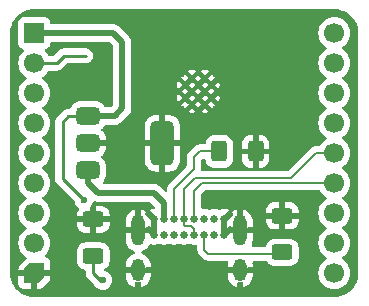
<source format=gbr>
%TF.GenerationSoftware,KiCad,Pcbnew,8.0.4*%
%TF.CreationDate,2024-07-30T18:13:19-04:00*%
%TF.ProjectId,esp32-c3-wroom-socket,65737033-322d-4633-932d-77726f6f6d2d,rev?*%
%TF.SameCoordinates,Original*%
%TF.FileFunction,Copper,L2,Bot*%
%TF.FilePolarity,Positive*%
%FSLAX46Y46*%
G04 Gerber Fmt 4.6, Leading zero omitted, Abs format (unit mm)*
G04 Created by KiCad (PCBNEW 8.0.4) date 2024-07-30 18:13:19*
%MOMM*%
%LPD*%
G01*
G04 APERTURE LIST*
G04 Aperture macros list*
%AMRoundRect*
0 Rectangle with rounded corners*
0 $1 Rounding radius*
0 $2 $3 $4 $5 $6 $7 $8 $9 X,Y pos of 4 corners*
0 Add a 4 corners polygon primitive as box body*
4,1,4,$2,$3,$4,$5,$6,$7,$8,$9,$2,$3,0*
0 Add four circle primitives for the rounded corners*
1,1,$1+$1,$2,$3*
1,1,$1+$1,$4,$5*
1,1,$1+$1,$6,$7*
1,1,$1+$1,$8,$9*
0 Add four rect primitives between the rounded corners*
20,1,$1+$1,$2,$3,$4,$5,0*
20,1,$1+$1,$4,$5,$6,$7,0*
20,1,$1+$1,$6,$7,$8,$9,0*
20,1,$1+$1,$8,$9,$2,$3,0*%
%AMOutline5P*
0 Free polygon, 5 corners , with rotation*
0 The origin of the aperture is its center*
0 number of corners: always 5*
0 $1 to $10 corner X, Y*
0 $11 Rotation angle, in degrees counterclockwise*
0 create outline with 5 corners*
4,1,5,$1,$2,$3,$4,$5,$6,$7,$8,$9,$10,$1,$2,$11*%
%AMOutline6P*
0 Free polygon, 6 corners , with rotation*
0 The origin of the aperture is its center*
0 number of corners: always 6*
0 $1 to $12 corner X, Y*
0 $13 Rotation angle, in degrees counterclockwise*
0 create outline with 6 corners*
4,1,6,$1,$2,$3,$4,$5,$6,$7,$8,$9,$10,$11,$12,$1,$2,$13*%
%AMOutline7P*
0 Free polygon, 7 corners , with rotation*
0 The origin of the aperture is its center*
0 number of corners: always 7*
0 $1 to $14 corner X, Y*
0 $15 Rotation angle, in degrees counterclockwise*
0 create outline with 7 corners*
4,1,7,$1,$2,$3,$4,$5,$6,$7,$8,$9,$10,$11,$12,$13,$14,$1,$2,$15*%
%AMOutline8P*
0 Free polygon, 8 corners , with rotation*
0 The origin of the aperture is its center*
0 number of corners: always 8*
0 $1 to $16 corner X, Y*
0 $17 Rotation angle, in degrees counterclockwise*
0 create outline with 8 corners*
4,1,8,$1,$2,$3,$4,$5,$6,$7,$8,$9,$10,$11,$12,$13,$14,$15,$16,$1,$2,$17*%
G04 Aperture macros list end*
%TA.AperFunction,ComponentPad*%
%ADD10C,0.400000*%
%TD*%
%TA.AperFunction,ComponentPad*%
%ADD11C,0.660400*%
%TD*%
%TA.AperFunction,ComponentPad*%
%ADD12O,1.117600X1.905000*%
%TD*%
%TA.AperFunction,ComponentPad*%
%ADD13O,1.117600X2.616200*%
%TD*%
%TA.AperFunction,ComponentPad*%
%ADD14R,1.700000X1.700000*%
%TD*%
%TA.AperFunction,ComponentPad*%
%ADD15C,1.700000*%
%TD*%
%TA.AperFunction,ComponentPad*%
%ADD16Outline6P,-0.850000X0.340000X-0.340000X0.850000X0.850000X0.850000X0.850000X-0.340000X0.340000X-0.850000X-0.850000X-0.850000X0.000000*%
%TD*%
%TA.AperFunction,SMDPad,CuDef*%
%ADD17RoundRect,0.375000X-0.625000X-0.375000X0.625000X-0.375000X0.625000X0.375000X-0.625000X0.375000X0*%
%TD*%
%TA.AperFunction,SMDPad,CuDef*%
%ADD18RoundRect,0.500000X-0.500000X-1.400000X0.500000X-1.400000X0.500000X1.400000X-0.500000X1.400000X0*%
%TD*%
%TA.AperFunction,SMDPad,CuDef*%
%ADD19RoundRect,0.250000X-0.625000X0.400000X-0.625000X-0.400000X0.625000X-0.400000X0.625000X0.400000X0*%
%TD*%
%TA.AperFunction,SMDPad,CuDef*%
%ADD20RoundRect,0.250000X0.400000X0.625000X-0.400000X0.625000X-0.400000X-0.625000X0.400000X-0.625000X0*%
%TD*%
%TA.AperFunction,ViaPad*%
%ADD21C,0.600000*%
%TD*%
%TA.AperFunction,Conductor*%
%ADD22C,0.500000*%
%TD*%
%TA.AperFunction,Conductor*%
%ADD23C,0.200000*%
%TD*%
%TA.AperFunction,Conductor*%
%ADD24C,0.250000*%
%TD*%
G04 APERTURE END LIST*
D10*
%TO.P,U1,28,GND__10*%
%TO.N,GND*%
X157350000Y-63300000D03*
%TO.P,U1,29,GND__11*%
X158450000Y-63300000D03*
%TO.P,U1,30,GND__12*%
X156800000Y-63850000D03*
%TO.P,U1,31,GND__13*%
X157900000Y-63850000D03*
%TO.P,U1,32,GND__14*%
X159000000Y-63850000D03*
%TO.P,U1,33,GND__15*%
X157350000Y-64400000D03*
%TO.P,U1,34,GND__16*%
X158450000Y-64400000D03*
%TO.P,U1,35,GND__17*%
X156800000Y-64950000D03*
%TO.P,U1,36,GND__18*%
X157900000Y-64950000D03*
%TO.P,U1,37,GND__19*%
X159000000Y-64950000D03*
%TO.P,U1,38,GND__20*%
X157350000Y-65500000D03*
%TO.P,U1,39,GND__21*%
X158450000Y-65500000D03*
%TD*%
D11*
%TO.P,J1,A1,GND*%
%TO.N,GND*%
X154150000Y-75200000D03*
%TO.P,J1,A4,VBUS*%
%TO.N,VBUS*%
X155000001Y-75200000D03*
%TO.P,J1,A5,CC1*%
%TO.N,Net-(J1-CC1)*%
X155849999Y-75200000D03*
%TO.P,J1,A6,D+*%
%TO.N,USB_D+*%
X156700000Y-75200000D03*
%TO.P,J1,A7,D-*%
%TO.N,USB_D-*%
X157550001Y-75200000D03*
%TO.P,J1,A8,SBU1*%
%TO.N,unconnected-(J1-SBU1-PadA8)*%
X158400002Y-75200000D03*
%TO.P,J1,A9,VBUS*%
%TO.N,VBUS*%
X159250000Y-75200000D03*
%TO.P,J1,A12,GND*%
%TO.N,GND*%
X160100001Y-75200000D03*
%TO.P,J1,B1,GND*%
X160100001Y-76550000D03*
%TO.P,J1,B4,VBUS*%
%TO.N,VBUS*%
X159250000Y-76550000D03*
%TO.P,J1,B5,CC2*%
%TO.N,Net-(J1-CC2)*%
X158400002Y-76550000D03*
%TO.P,J1,B6,D+*%
%TO.N,USB_D+*%
X157550001Y-76550000D03*
%TO.P,J1,B7,D-*%
%TO.N,USB_D-*%
X156700000Y-76550000D03*
%TO.P,J1,B8,SBU2*%
%TO.N,unconnected-(J1-SBU2-PadB8)*%
X155849999Y-76550000D03*
%TO.P,J1,B9,VBUS*%
%TO.N,VBUS*%
X155000001Y-76550000D03*
%TO.P,J1,B12,GND*%
%TO.N,GND*%
X154150000Y-76550000D03*
D12*
%TO.P,J1,S1,SHIELD*%
X152800015Y-79565000D03*
%TO.P,J1,S2,SHIELD*%
X161449985Y-79565000D03*
D13*
%TO.P,J1,S3,SHIELD*%
X152800000Y-76180001D03*
%TO.P,J1,S4,SHIELD*%
X161449985Y-76180000D03*
%TD*%
D14*
%TO.P,J2,1*%
%TO.N,3V3*%
X144010000Y-59480000D03*
D15*
%TO.P,J2,2*%
%TO.N,EN*%
X144010000Y-62020000D03*
%TO.P,J2,3*%
%TO.N,GPIO4*%
X144010000Y-64560000D03*
%TO.P,J2,4*%
%TO.N,GPIO5*%
X144010000Y-67100000D03*
%TO.P,J2,5*%
%TO.N,GPIO6*%
X144010000Y-69640000D03*
%TO.P,J2,6*%
%TO.N,GPIO7*%
X144010000Y-72180000D03*
%TO.P,J2,7*%
%TO.N,GPIO8*%
X144010000Y-74720000D03*
%TO.P,J2,8*%
%TO.N,GPIO9*%
X144010000Y-77260000D03*
D16*
%TO.P,J2,9*%
%TO.N,GND*%
X144010000Y-79800000D03*
D15*
%TO.P,J2,10*%
%TO.N,GPIO10*%
X169410000Y-79800000D03*
%TO.P,J2,11*%
%TO.N,UART-RX*%
X169410000Y-77260000D03*
%TO.P,J2,12*%
%TO.N,UART-TX*%
X169410000Y-74720000D03*
%TO.P,J2,13*%
%TO.N,USB_D-*%
X169410000Y-72180000D03*
%TO.P,J2,14*%
%TO.N,USB_D+*%
X169410000Y-69640000D03*
%TO.P,J2,15*%
%TO.N,GPIO3*%
X169410000Y-67100000D03*
%TO.P,J2,16*%
%TO.N,GPIO2*%
X169410000Y-64560000D03*
%TO.P,J2,17*%
%TO.N,GPIO1*%
X169410000Y-62020000D03*
%TO.P,J2,18*%
%TO.N,GPIO0*%
X169410000Y-59480000D03*
%TD*%
D17*
%TO.P,U2,1,VI*%
%TO.N,VBUS*%
X148550000Y-71100000D03*
%TO.P,U2,2,GND*%
%TO.N,GND*%
X148550000Y-68800000D03*
D18*
X154850000Y-68800000D03*
D17*
%TO.P,U2,3,VO*%
%TO.N,3V3*%
X148550000Y-66500000D03*
%TD*%
D19*
%TO.P,R2,1*%
%TO.N,GND*%
X165000000Y-74950000D03*
%TO.P,R2,2*%
%TO.N,Net-(J1-CC2)*%
X165000000Y-78050000D03*
%TD*%
D20*
%TO.P,R3,1*%
%TO.N,GND*%
X162750000Y-69500000D03*
%TO.P,R3,2*%
%TO.N,Net-(J1-CC1)*%
X159650000Y-69500000D03*
%TD*%
D19*
%TO.P,R4,1*%
%TO.N,GND*%
X149000000Y-75250000D03*
%TO.P,R4,2*%
%TO.N,Net-(LED1-GND-Pad1)*%
X149000000Y-78350000D03*
%TD*%
D21*
%TO.N,GND*%
X152400000Y-68580000D03*
X152400000Y-71120000D03*
%TO.N,3V3*%
X148200000Y-73600000D03*
%TO.N,Net-(LED1-GND-Pad1)*%
X149800000Y-80400000D03*
%TD*%
D22*
%TO.N,GND*%
X154150000Y-75200000D02*
X154150000Y-76550000D01*
X160100001Y-75200000D02*
X160100001Y-76550000D01*
%TO.N,VBUS*%
X155000001Y-73900001D02*
X154100000Y-73000000D01*
X148550000Y-71100000D02*
X148550000Y-72150000D01*
X149400000Y-73000000D02*
X154100000Y-73000000D01*
X155000001Y-75200000D02*
X155000001Y-73900001D01*
X148550000Y-72150000D02*
X149400000Y-73000000D01*
D23*
%TO.N,Net-(J1-CC2)*%
X158400002Y-77800002D02*
X158750000Y-78150000D01*
X158400002Y-76550000D02*
X158400002Y-77800002D01*
X158750000Y-78150000D02*
X164900000Y-78150000D01*
X164900000Y-78150000D02*
X165000000Y-78050000D01*
%TO.N,Net-(J1-CC1)*%
X158000000Y-69500000D02*
X159650000Y-69500000D01*
X155849999Y-72650001D02*
X157500000Y-71000000D01*
X157500000Y-70000000D02*
X158000000Y-69500000D01*
X155849999Y-75200000D02*
X155849999Y-72650001D01*
X157500000Y-71000000D02*
X157500000Y-70000000D01*
%TO.N,USB_D+*%
X157620000Y-71780000D02*
X165720000Y-71780000D01*
X157550001Y-76083027D02*
X157266974Y-75800000D01*
X157550001Y-76550000D02*
X157550001Y-76083027D01*
X156700000Y-75700000D02*
X156700000Y-75200000D01*
X157266974Y-75800000D02*
X156800000Y-75800000D01*
X156700000Y-75200000D02*
X156700000Y-72700000D01*
X165720000Y-71780000D02*
X167860000Y-69640000D01*
X156800000Y-75800000D02*
X156700000Y-75700000D01*
X167860000Y-69640000D02*
X169410000Y-69640000D01*
X156700000Y-72700000D02*
X157620000Y-71780000D01*
%TO.N,USB_D-*%
X158200000Y-72180000D02*
X169410000Y-72180000D01*
X157550001Y-75200000D02*
X157550001Y-72829999D01*
X157550001Y-72829999D02*
X158200000Y-72180000D01*
D24*
%TO.N,EN*%
X148350000Y-61400000D02*
X146520000Y-61400000D01*
X144010000Y-62020000D02*
X145900000Y-62020000D01*
X146520000Y-61400000D02*
X145900000Y-62020000D01*
D22*
%TO.N,3V3*%
X150680000Y-59480000D02*
X151450000Y-60250000D01*
D24*
X148200000Y-73600000D02*
X146400000Y-71800000D01*
X146400000Y-67000000D02*
X146900000Y-66500000D01*
D22*
X148550000Y-66500000D02*
X150800000Y-66500000D01*
D23*
X144030000Y-59500000D02*
X144010000Y-59480000D01*
D22*
X151450000Y-65850000D02*
X151450000Y-62100000D01*
X144010000Y-59480000D02*
X150680000Y-59480000D01*
D24*
X146400000Y-71800000D02*
X146400000Y-67000000D01*
D22*
X150800000Y-66500000D02*
X151450000Y-65850000D01*
X151450000Y-60250000D02*
X151450000Y-62100000D01*
D24*
X146900000Y-66500000D02*
X148550000Y-66500000D01*
%TO.N,Net-(LED1-GND-Pad1)*%
X149600000Y-80400000D02*
X149000000Y-79800000D01*
X149800000Y-80400000D02*
X149600000Y-80400000D01*
X149000000Y-79800000D02*
X149000000Y-78350000D01*
%TD*%
%TA.AperFunction,Conductor*%
%TO.N,GND*%
G36*
X153752663Y-75814957D02*
G01*
X153797011Y-75843458D01*
X154165274Y-76211721D01*
X154198759Y-76273044D01*
X154195525Y-76337717D01*
X154192318Y-76347586D01*
X154190419Y-76346800D01*
X154109581Y-76346800D01*
X154034896Y-76377735D01*
X153977735Y-76434896D01*
X153946800Y-76509581D01*
X153946800Y-76590419D01*
X153977735Y-76665104D01*
X154034896Y-76722265D01*
X154079916Y-76740912D01*
X154043336Y-76750157D01*
X153977094Y-76727935D01*
X153960375Y-76713928D01*
X153676448Y-76430001D01*
X153424500Y-76430001D01*
X153357461Y-76410316D01*
X153311706Y-76357512D01*
X153300500Y-76306001D01*
X153300500Y-76054001D01*
X153320185Y-75986962D01*
X153372989Y-75941207D01*
X153424500Y-75930001D01*
X153535106Y-75930001D01*
X153621648Y-75843458D01*
X153682971Y-75809973D01*
X153752663Y-75814957D01*
G37*
%TD.AperFunction*%
%TA.AperFunction,Conductor*%
G36*
X160584003Y-75814957D02*
G01*
X160628351Y-75843458D01*
X160714893Y-75930000D01*
X160825485Y-75930000D01*
X160892524Y-75949685D01*
X160938279Y-76002489D01*
X160949485Y-76054000D01*
X160949485Y-76306000D01*
X160929800Y-76373039D01*
X160876996Y-76418794D01*
X160825485Y-76430000D01*
X160573553Y-76430000D01*
X160289625Y-76713928D01*
X160228302Y-76747413D01*
X160165273Y-76742905D01*
X160215105Y-76722265D01*
X160272266Y-76665104D01*
X160303201Y-76590419D01*
X160303201Y-76509581D01*
X160272266Y-76434896D01*
X160215105Y-76377735D01*
X160140420Y-76346800D01*
X160059582Y-76346800D01*
X160057681Y-76347587D01*
X160054474Y-76337716D01*
X160052479Y-76267880D01*
X160084725Y-76211720D01*
X160365626Y-75930821D01*
X160452988Y-75843458D01*
X160514311Y-75809973D01*
X160584003Y-75814957D01*
G37*
%TD.AperFunction*%
%TA.AperFunction,Conductor*%
G36*
X169414042Y-57440765D02*
G01*
X169436774Y-57442254D01*
X169668114Y-57457417D01*
X169684172Y-57459532D01*
X169929888Y-57508408D01*
X169945554Y-57512606D01*
X170096709Y-57563916D01*
X170182788Y-57593136D01*
X170197765Y-57599339D01*
X170415336Y-57706633D01*
X170422460Y-57710146D01*
X170436508Y-57718256D01*
X170644815Y-57857443D01*
X170657679Y-57867314D01*
X170846033Y-58032497D01*
X170857502Y-58043966D01*
X171022685Y-58232320D01*
X171032558Y-58245186D01*
X171050778Y-58272455D01*
X171171743Y-58453492D01*
X171179853Y-58467539D01*
X171290657Y-58692227D01*
X171296864Y-58707213D01*
X171377393Y-58944445D01*
X171381591Y-58960111D01*
X171430465Y-59205813D01*
X171432583Y-59221895D01*
X171449235Y-59475956D01*
X171449500Y-59484066D01*
X171449500Y-79795933D01*
X171449235Y-79804043D01*
X171432583Y-80058104D01*
X171430465Y-80074186D01*
X171381591Y-80319888D01*
X171377393Y-80335554D01*
X171296864Y-80572786D01*
X171290657Y-80587772D01*
X171179853Y-80812460D01*
X171171743Y-80826507D01*
X171032559Y-81034811D01*
X171022685Y-81047679D01*
X170857502Y-81236033D01*
X170846033Y-81247502D01*
X170657679Y-81412685D01*
X170644811Y-81422559D01*
X170436507Y-81561743D01*
X170422460Y-81569853D01*
X170197772Y-81680657D01*
X170182786Y-81686864D01*
X169945554Y-81767393D01*
X169929888Y-81771591D01*
X169684186Y-81820465D01*
X169668104Y-81822583D01*
X169414043Y-81839235D01*
X169405933Y-81839500D01*
X144014067Y-81839500D01*
X144005957Y-81839235D01*
X143751895Y-81822583D01*
X143735814Y-81820465D01*
X143700770Y-81813494D01*
X143490111Y-81771591D01*
X143474445Y-81767393D01*
X143237213Y-81686864D01*
X143222227Y-81680657D01*
X142997539Y-81569853D01*
X142983492Y-81561743D01*
X142775188Y-81422559D01*
X142762320Y-81412685D01*
X142573966Y-81247502D01*
X142562497Y-81236033D01*
X142481433Y-81143598D01*
X142397311Y-81047675D01*
X142387440Y-81034811D01*
X142385893Y-81032496D01*
X142248256Y-80826507D01*
X142240146Y-80812460D01*
X142221420Y-80774488D01*
X142129339Y-80587765D01*
X142123135Y-80572786D01*
X142042606Y-80335554D01*
X142038408Y-80319888D01*
X142029736Y-80276292D01*
X141989532Y-80074172D01*
X141987417Y-80058114D01*
X141970765Y-79804042D01*
X141970500Y-79795933D01*
X141970500Y-62019999D01*
X142654341Y-62019999D01*
X142654341Y-62020000D01*
X142674936Y-62255403D01*
X142674938Y-62255413D01*
X142736094Y-62483655D01*
X142736096Y-62483659D01*
X142736097Y-62483663D01*
X142811563Y-62645500D01*
X142835965Y-62697830D01*
X142835967Y-62697834D01*
X142944281Y-62852521D01*
X142971501Y-62891396D01*
X142971506Y-62891402D01*
X143138597Y-63058493D01*
X143138603Y-63058498D01*
X143324158Y-63188425D01*
X143367783Y-63243002D01*
X143374977Y-63312500D01*
X143343454Y-63374855D01*
X143324158Y-63391575D01*
X143138597Y-63521505D01*
X142971505Y-63688597D01*
X142835965Y-63882169D01*
X142835964Y-63882171D01*
X142736098Y-64096335D01*
X142736094Y-64096344D01*
X142674938Y-64324586D01*
X142674936Y-64324596D01*
X142654341Y-64559999D01*
X142654341Y-64560000D01*
X142674936Y-64795403D01*
X142674938Y-64795413D01*
X142736094Y-65023655D01*
X142736096Y-65023659D01*
X142736097Y-65023663D01*
X142826325Y-65217157D01*
X142835965Y-65237830D01*
X142835967Y-65237834D01*
X142971501Y-65431395D01*
X142971506Y-65431402D01*
X143138597Y-65598493D01*
X143138603Y-65598498D01*
X143324158Y-65728425D01*
X143367783Y-65783002D01*
X143374977Y-65852500D01*
X143343454Y-65914855D01*
X143324158Y-65931575D01*
X143138597Y-66061505D01*
X142971505Y-66228597D01*
X142835965Y-66422169D01*
X142835964Y-66422171D01*
X142736098Y-66636335D01*
X142736094Y-66636344D01*
X142674938Y-66864586D01*
X142674936Y-66864596D01*
X142654341Y-67099999D01*
X142654341Y-67100000D01*
X142674936Y-67335403D01*
X142674938Y-67335413D01*
X142736094Y-67563655D01*
X142736096Y-67563659D01*
X142736097Y-67563663D01*
X142823220Y-67750499D01*
X142835965Y-67777830D01*
X142835967Y-67777834D01*
X142971501Y-67971395D01*
X142971506Y-67971402D01*
X143138597Y-68138493D01*
X143138603Y-68138498D01*
X143324158Y-68268425D01*
X143367783Y-68323002D01*
X143374977Y-68392500D01*
X143343454Y-68454855D01*
X143324158Y-68471575D01*
X143138597Y-68601505D01*
X142971505Y-68768597D01*
X142835965Y-68962169D01*
X142835964Y-68962171D01*
X142736098Y-69176335D01*
X142736094Y-69176344D01*
X142674938Y-69404586D01*
X142674936Y-69404596D01*
X142654341Y-69639999D01*
X142654341Y-69640000D01*
X142674936Y-69875403D01*
X142674938Y-69875413D01*
X142736094Y-70103655D01*
X142736096Y-70103659D01*
X142736097Y-70103663D01*
X142804664Y-70250704D01*
X142835965Y-70317830D01*
X142835967Y-70317834D01*
X142944281Y-70472521D01*
X142971501Y-70511396D01*
X142971506Y-70511402D01*
X143138597Y-70678493D01*
X143138603Y-70678498D01*
X143324158Y-70808425D01*
X143367783Y-70863002D01*
X143374977Y-70932500D01*
X143343454Y-70994855D01*
X143324158Y-71011575D01*
X143138597Y-71141505D01*
X142971505Y-71308597D01*
X142835965Y-71502169D01*
X142835964Y-71502171D01*
X142736098Y-71716335D01*
X142736094Y-71716344D01*
X142674938Y-71944586D01*
X142674936Y-71944596D01*
X142654341Y-72179999D01*
X142654341Y-72180000D01*
X142674936Y-72415403D01*
X142674938Y-72415413D01*
X142736094Y-72643655D01*
X142736096Y-72643659D01*
X142736097Y-72643663D01*
X142801227Y-72783334D01*
X142835965Y-72857830D01*
X142835967Y-72857834D01*
X142971501Y-73051395D01*
X142971506Y-73051402D01*
X143138597Y-73218493D01*
X143138603Y-73218498D01*
X143324158Y-73348425D01*
X143367783Y-73403002D01*
X143374977Y-73472500D01*
X143343454Y-73534855D01*
X143324158Y-73551575D01*
X143138597Y-73681505D01*
X142971505Y-73848597D01*
X142835965Y-74042169D01*
X142835964Y-74042171D01*
X142736098Y-74256335D01*
X142736094Y-74256344D01*
X142674938Y-74484586D01*
X142674936Y-74484596D01*
X142654341Y-74719999D01*
X142654341Y-74720000D01*
X142674936Y-74955403D01*
X142674938Y-74955413D01*
X142736094Y-75183655D01*
X142736096Y-75183659D01*
X142736097Y-75183663D01*
X142783395Y-75285093D01*
X142835965Y-75397830D01*
X142835967Y-75397834D01*
X142971501Y-75591395D01*
X142971506Y-75591402D01*
X143138597Y-75758493D01*
X143138603Y-75758498D01*
X143324158Y-75888425D01*
X143367783Y-75943002D01*
X143374977Y-76012500D01*
X143343454Y-76074855D01*
X143324158Y-76091575D01*
X143138597Y-76221505D01*
X142971505Y-76388597D01*
X142835965Y-76582169D01*
X142835964Y-76582171D01*
X142736098Y-76796335D01*
X142736094Y-76796344D01*
X142674938Y-77024586D01*
X142674936Y-77024596D01*
X142654341Y-77259999D01*
X142654341Y-77260000D01*
X142674936Y-77495403D01*
X142674938Y-77495413D01*
X142736094Y-77723655D01*
X142736096Y-77723659D01*
X142736097Y-77723663D01*
X142770390Y-77797204D01*
X142835965Y-77937830D01*
X142835967Y-77937834D01*
X142917110Y-78053717D01*
X142971505Y-78131401D01*
X143138599Y-78298495D01*
X143210552Y-78348877D01*
X143297395Y-78409685D01*
X143341019Y-78464262D01*
X143348212Y-78533761D01*
X143316690Y-78596115D01*
X143313952Y-78598941D01*
X142777504Y-79135389D01*
X142777492Y-79135403D01*
X142725570Y-79202241D01*
X142725570Y-79202242D01*
X142670549Y-79335075D01*
X142660000Y-79419058D01*
X142660000Y-79550000D01*
X143576988Y-79550000D01*
X143544075Y-79607007D01*
X143510000Y-79734174D01*
X143510000Y-79865826D01*
X143544075Y-79992993D01*
X143576988Y-80050000D01*
X142660000Y-80050000D01*
X142660000Y-80697844D01*
X142666401Y-80757372D01*
X142666403Y-80757379D01*
X142716645Y-80892086D01*
X142716649Y-80892093D01*
X142802809Y-81007187D01*
X142802812Y-81007190D01*
X142917906Y-81093350D01*
X142917913Y-81093354D01*
X143052620Y-81143596D01*
X143052627Y-81143598D01*
X143112155Y-81149999D01*
X143112172Y-81150000D01*
X143760000Y-81150000D01*
X143760000Y-80233012D01*
X143817007Y-80265925D01*
X143944174Y-80300000D01*
X144075826Y-80300000D01*
X144202993Y-80265925D01*
X144260000Y-80233012D01*
X144260000Y-81150000D01*
X144390942Y-81150000D01*
X144390943Y-81149999D01*
X144474925Y-81139450D01*
X144607758Y-81084429D01*
X144674596Y-81032507D01*
X144674609Y-81032496D01*
X145242496Y-80464609D01*
X145242507Y-80464596D01*
X145294429Y-80397758D01*
X145294429Y-80397757D01*
X145349450Y-80264924D01*
X145359999Y-80180941D01*
X145360000Y-80180935D01*
X145360000Y-80050000D01*
X144443012Y-80050000D01*
X144475925Y-79992993D01*
X144510000Y-79865826D01*
X144510000Y-79734174D01*
X144475925Y-79607007D01*
X144443012Y-79550000D01*
X145360000Y-79550000D01*
X145360000Y-78902172D01*
X145359999Y-78902155D01*
X145353598Y-78842627D01*
X145353596Y-78842620D01*
X145303354Y-78707913D01*
X145303350Y-78707906D01*
X145217190Y-78592812D01*
X145217187Y-78592809D01*
X145102093Y-78506649D01*
X145102088Y-78506646D01*
X144970528Y-78457577D01*
X144914595Y-78415705D01*
X144890178Y-78350241D01*
X144905030Y-78281968D01*
X144926175Y-78253720D01*
X145048495Y-78131401D01*
X145184035Y-77937830D01*
X145201683Y-77899983D01*
X147624500Y-77899983D01*
X147624500Y-78800001D01*
X147624501Y-78800019D01*
X147635000Y-78902796D01*
X147635001Y-78902799D01*
X147681364Y-79042710D01*
X147690186Y-79069334D01*
X147782288Y-79218656D01*
X147906344Y-79342712D01*
X148055666Y-79434814D01*
X148222203Y-79489999D01*
X148263103Y-79494177D01*
X148327793Y-79520573D01*
X148367945Y-79577753D01*
X148374500Y-79617535D01*
X148374500Y-79738393D01*
X148374500Y-79861607D01*
X148379271Y-79885593D01*
X148381687Y-79897737D01*
X148398537Y-79982452D01*
X148412347Y-80015792D01*
X148412347Y-80015793D01*
X148445685Y-80096280D01*
X148445690Y-80096289D01*
X148479914Y-80147507D01*
X148479915Y-80147509D01*
X148514141Y-80198733D01*
X148605586Y-80290178D01*
X148605608Y-80290198D01*
X149080017Y-80764607D01*
X149097330Y-80786316D01*
X149170184Y-80902262D01*
X149297738Y-81029816D01*
X149450478Y-81125789D01*
X149535842Y-81155659D01*
X149620745Y-81185368D01*
X149620750Y-81185369D01*
X149799996Y-81205565D01*
X149800000Y-81205565D01*
X149800004Y-81205565D01*
X149979249Y-81185369D01*
X149979252Y-81185368D01*
X149979255Y-81185368D01*
X150149522Y-81125789D01*
X150302262Y-81029816D01*
X150429816Y-80902262D01*
X150525789Y-80749522D01*
X150585368Y-80579255D01*
X150586097Y-80572786D01*
X150605565Y-80400003D01*
X150605565Y-80399996D01*
X150585369Y-80220750D01*
X150585368Y-80220745D01*
X150568675Y-80173038D01*
X150525789Y-80050478D01*
X150429816Y-79897738D01*
X150302262Y-79770184D01*
X150248643Y-79736493D01*
X150149519Y-79674209D01*
X150016612Y-79627702D01*
X149959836Y-79586980D01*
X149934089Y-79522028D01*
X149947546Y-79453466D01*
X149992468Y-79405124D01*
X150093656Y-79342712D01*
X150217712Y-79218656D01*
X150309814Y-79069334D01*
X150364999Y-78902797D01*
X150375500Y-78800009D01*
X150375499Y-77899992D01*
X150373360Y-77879056D01*
X150364999Y-77797203D01*
X150364998Y-77797200D01*
X150349928Y-77751723D01*
X150309814Y-77630666D01*
X150217712Y-77481344D01*
X150093656Y-77357288D01*
X149973642Y-77283263D01*
X149944336Y-77265187D01*
X149944331Y-77265185D01*
X149928681Y-77259999D01*
X149777797Y-77210001D01*
X149777795Y-77210000D01*
X149675010Y-77199500D01*
X148324998Y-77199500D01*
X148324981Y-77199501D01*
X148222203Y-77210000D01*
X148222200Y-77210001D01*
X148055668Y-77265185D01*
X148055663Y-77265187D01*
X147906342Y-77357289D01*
X147782289Y-77481342D01*
X147690187Y-77630663D01*
X147690186Y-77630666D01*
X147635001Y-77797203D01*
X147635001Y-77797204D01*
X147635000Y-77797204D01*
X147624500Y-77899983D01*
X145201683Y-77899983D01*
X145283903Y-77723663D01*
X145345063Y-77495408D01*
X145365659Y-77260000D01*
X145345063Y-77024592D01*
X145283903Y-76796337D01*
X145184035Y-76582171D01*
X145161511Y-76550002D01*
X145048494Y-76388597D01*
X144881402Y-76221506D01*
X144881396Y-76221501D01*
X144695842Y-76091575D01*
X144652217Y-76036998D01*
X144645023Y-75967500D01*
X144676546Y-75905145D01*
X144695842Y-75888425D01*
X144800765Y-75814957D01*
X144881401Y-75758495D01*
X144939910Y-75699986D01*
X147625001Y-75699986D01*
X147635494Y-75802697D01*
X147690641Y-75969119D01*
X147690643Y-75969124D01*
X147782684Y-76118345D01*
X147906654Y-76242315D01*
X148055875Y-76334356D01*
X148055880Y-76334358D01*
X148222302Y-76389505D01*
X148222309Y-76389506D01*
X148325019Y-76399999D01*
X148749999Y-76399999D01*
X149250000Y-76399999D01*
X149674972Y-76399999D01*
X149674986Y-76399998D01*
X149777697Y-76389505D01*
X149944119Y-76334358D01*
X149944124Y-76334356D01*
X150093345Y-76242315D01*
X150217315Y-76118345D01*
X150309356Y-75969124D01*
X150309358Y-75969119D01*
X150364505Y-75802697D01*
X150364506Y-75802690D01*
X150374999Y-75699986D01*
X150375000Y-75699973D01*
X150375000Y-75500000D01*
X149250000Y-75500000D01*
X149250000Y-76399999D01*
X148749999Y-76399999D01*
X148750000Y-76399998D01*
X148750000Y-75500000D01*
X147625001Y-75500000D01*
X147625001Y-75699986D01*
X144939910Y-75699986D01*
X145048495Y-75591401D01*
X145184035Y-75397830D01*
X145283903Y-75183663D01*
X145345063Y-74955408D01*
X145365659Y-74720000D01*
X145345063Y-74484592D01*
X145283903Y-74256337D01*
X145184035Y-74042171D01*
X145060430Y-73865643D01*
X145048494Y-73848597D01*
X144881402Y-73681506D01*
X144881396Y-73681501D01*
X144695842Y-73551575D01*
X144652217Y-73496998D01*
X144645023Y-73427500D01*
X144676546Y-73365145D01*
X144695842Y-73348425D01*
X144718026Y-73332891D01*
X144881401Y-73218495D01*
X145048495Y-73051401D01*
X145184035Y-72857830D01*
X145283903Y-72643663D01*
X145345063Y-72415408D01*
X145365659Y-72180000D01*
X145365397Y-72177011D01*
X145348375Y-71982451D01*
X145345063Y-71944592D01*
X145283903Y-71716337D01*
X145184035Y-71502171D01*
X145184034Y-71502169D01*
X145048494Y-71308597D01*
X144881402Y-71141506D01*
X144881396Y-71141501D01*
X144695842Y-71011575D01*
X144652217Y-70956998D01*
X144645023Y-70887500D01*
X144676546Y-70825145D01*
X144695842Y-70808425D01*
X144755087Y-70766941D01*
X144881401Y-70678495D01*
X145048495Y-70511401D01*
X145184035Y-70317830D01*
X145283903Y-70103663D01*
X145345063Y-69875408D01*
X145365659Y-69640000D01*
X145364896Y-69631284D01*
X145355733Y-69526546D01*
X145345063Y-69404592D01*
X145283903Y-69176337D01*
X145184035Y-68962171D01*
X145184034Y-68962169D01*
X145048494Y-68768597D01*
X144881402Y-68601506D01*
X144881396Y-68601501D01*
X144695842Y-68471575D01*
X144652217Y-68416998D01*
X144645023Y-68347500D01*
X144676546Y-68285145D01*
X144695842Y-68268425D01*
X144806926Y-68190643D01*
X144881401Y-68138495D01*
X145048495Y-67971401D01*
X145184035Y-67777830D01*
X145283903Y-67563663D01*
X145345063Y-67335408D01*
X145365659Y-67100000D01*
X145364167Y-67082952D01*
X145351520Y-66938394D01*
X145345063Y-66864592D01*
X145283903Y-66636337D01*
X145184035Y-66422171D01*
X145175940Y-66410609D01*
X145048494Y-66228597D01*
X144881402Y-66061506D01*
X144881396Y-66061501D01*
X144695842Y-65931575D01*
X144652217Y-65876998D01*
X144645023Y-65807500D01*
X144676546Y-65745145D01*
X144695842Y-65728425D01*
X144742986Y-65695414D01*
X144881401Y-65598495D01*
X145048495Y-65431401D01*
X145184035Y-65237830D01*
X145283903Y-65023663D01*
X145345063Y-64795408D01*
X145365659Y-64560000D01*
X145345063Y-64324592D01*
X145283903Y-64096337D01*
X145184035Y-63882171D01*
X145161510Y-63850001D01*
X145048494Y-63688597D01*
X144881402Y-63521506D01*
X144881396Y-63521501D01*
X144695842Y-63391575D01*
X144652217Y-63336998D01*
X144645023Y-63267500D01*
X144676546Y-63205145D01*
X144695842Y-63188425D01*
X144718105Y-63172836D01*
X144881401Y-63058495D01*
X145048495Y-62891401D01*
X145183652Y-62698377D01*
X145238229Y-62654752D01*
X145285227Y-62645500D01*
X145961607Y-62645500D01*
X146022029Y-62633481D01*
X146082452Y-62621463D01*
X146082455Y-62621461D01*
X146082458Y-62621461D01*
X146115787Y-62607654D01*
X146115786Y-62607654D01*
X146115792Y-62607652D01*
X146196286Y-62574312D01*
X146247509Y-62540084D01*
X146298733Y-62505858D01*
X146385858Y-62418733D01*
X146385859Y-62418730D01*
X146742773Y-62061817D01*
X146804095Y-62028334D01*
X146830453Y-62025500D01*
X148411607Y-62025500D01*
X148411608Y-62025499D01*
X148532452Y-62001463D01*
X148646286Y-61954311D01*
X148748733Y-61885858D01*
X148835858Y-61798733D01*
X148904311Y-61696286D01*
X148951463Y-61582452D01*
X148975500Y-61461606D01*
X148975500Y-61338394D01*
X148951463Y-61217548D01*
X148904311Y-61103714D01*
X148904310Y-61103713D01*
X148904307Y-61103707D01*
X148835858Y-61001267D01*
X148835855Y-61001263D01*
X148748736Y-60914144D01*
X148748732Y-60914141D01*
X148646292Y-60845692D01*
X148646283Y-60845687D01*
X148532454Y-60798538D01*
X148532455Y-60798538D01*
X148532452Y-60798537D01*
X148532448Y-60798536D01*
X148532444Y-60798535D01*
X148411610Y-60774500D01*
X148411606Y-60774500D01*
X146581606Y-60774500D01*
X146458393Y-60774500D01*
X146458388Y-60774500D01*
X146337555Y-60798535D01*
X146337547Y-60798537D01*
X146223716Y-60845687D01*
X146121265Y-60914142D01*
X146121262Y-60914145D01*
X145677229Y-61358181D01*
X145615906Y-61391666D01*
X145589548Y-61394500D01*
X145285227Y-61394500D01*
X145218188Y-61374815D01*
X145183652Y-61341623D01*
X145048496Y-61148600D01*
X145003603Y-61103707D01*
X144926567Y-61026671D01*
X144893084Y-60965351D01*
X144898068Y-60895659D01*
X144939939Y-60839725D01*
X144970915Y-60822810D01*
X145102331Y-60773796D01*
X145217546Y-60687546D01*
X145303796Y-60572331D01*
X145354091Y-60437483D01*
X145360500Y-60377873D01*
X145360500Y-60354500D01*
X145380185Y-60287461D01*
X145432989Y-60241706D01*
X145484500Y-60230500D01*
X150317770Y-60230500D01*
X150384809Y-60250185D01*
X150405451Y-60266819D01*
X150663181Y-60524548D01*
X150696666Y-60585871D01*
X150699500Y-60612229D01*
X150699500Y-65487770D01*
X150679815Y-65554809D01*
X150663181Y-65575451D01*
X150525451Y-65713181D01*
X150464128Y-65746666D01*
X150437770Y-65749500D01*
X150042942Y-65749500D01*
X149975903Y-65729815D01*
X149931854Y-65680594D01*
X149917030Y-65650704D01*
X149797722Y-65502278D01*
X149797721Y-65502277D01*
X149649295Y-65382969D01*
X149649292Y-65382967D01*
X149478697Y-65298360D01*
X149293892Y-65252400D01*
X149272506Y-65250950D01*
X149251123Y-65249500D01*
X149251120Y-65249500D01*
X147848877Y-65249500D01*
X147848874Y-65249501D01*
X147806113Y-65252399D01*
X147806112Y-65252399D01*
X147621303Y-65298360D01*
X147450707Y-65382967D01*
X147450704Y-65382969D01*
X147302278Y-65502277D01*
X147302277Y-65502278D01*
X147182969Y-65650704D01*
X147182967Y-65650707D01*
X147106152Y-65805594D01*
X147058731Y-65856907D01*
X146995064Y-65874500D01*
X146838389Y-65874500D01*
X146777971Y-65886518D01*
X146717548Y-65898537D01*
X146717543Y-65898538D01*
X146683546Y-65912620D01*
X146670397Y-65918067D01*
X146656272Y-65923918D01*
X146603713Y-65945688D01*
X146593557Y-65952475D01*
X146593449Y-65952547D01*
X146501268Y-66014140D01*
X146457705Y-66057703D01*
X146414142Y-66101267D01*
X146414139Y-66101270D01*
X146001270Y-66514139D01*
X146001267Y-66514142D01*
X145957703Y-66557705D01*
X145914140Y-66601268D01*
X145890711Y-66636334D01*
X145890709Y-66636337D01*
X145868198Y-66670025D01*
X145845688Y-66703713D01*
X145839394Y-66718910D01*
X145839393Y-66718913D01*
X145798538Y-66817545D01*
X145798535Y-66817555D01*
X145774500Y-66938389D01*
X145774500Y-71861611D01*
X145798535Y-71982444D01*
X145798540Y-71982461D01*
X145845685Y-72096280D01*
X145845686Y-72096282D01*
X145845688Y-72096286D01*
X145846648Y-72097722D01*
X145875178Y-72140421D01*
X145875180Y-72140423D01*
X145914140Y-72198731D01*
X145914141Y-72198732D01*
X145914142Y-72198733D01*
X146001267Y-72285858D01*
X146001268Y-72285858D01*
X146008335Y-72292925D01*
X146008334Y-72292925D01*
X146008338Y-72292928D01*
X147373787Y-73658378D01*
X147407272Y-73719701D01*
X147409326Y-73732174D01*
X147414630Y-73779249D01*
X147474210Y-73949521D01*
X147532425Y-74042169D01*
X147570184Y-74102262D01*
X147697738Y-74229816D01*
X147703506Y-74233440D01*
X147722329Y-74245268D01*
X147768620Y-74297603D01*
X147779267Y-74366656D01*
X147761895Y-74415357D01*
X147690645Y-74530871D01*
X147690641Y-74530880D01*
X147635494Y-74697302D01*
X147635493Y-74697309D01*
X147625000Y-74800013D01*
X147625000Y-75000000D01*
X148750000Y-75000000D01*
X149250000Y-75000000D01*
X150374999Y-75000000D01*
X150374999Y-74800028D01*
X150374998Y-74800013D01*
X150364505Y-74697302D01*
X150309358Y-74530880D01*
X150309356Y-74530875D01*
X150217315Y-74381654D01*
X150093345Y-74257684D01*
X149944124Y-74165643D01*
X149944119Y-74165641D01*
X149777697Y-74110494D01*
X149777690Y-74110493D01*
X149674986Y-74100000D01*
X149250000Y-74100000D01*
X149250000Y-75000000D01*
X148750000Y-75000000D01*
X148750000Y-74233440D01*
X148769685Y-74166401D01*
X148786319Y-74145759D01*
X148829816Y-74102262D01*
X148925789Y-73949522D01*
X148984428Y-73781939D01*
X149025149Y-73725166D01*
X149090101Y-73699418D01*
X149148921Y-73708334D01*
X149181088Y-73721659D01*
X149297241Y-73744763D01*
X149316468Y-73748587D01*
X149326081Y-73750500D01*
X149326082Y-73750500D01*
X149326083Y-73750500D01*
X149473918Y-73750500D01*
X153737770Y-73750500D01*
X153804809Y-73770185D01*
X153825451Y-73786819D01*
X154196752Y-74158119D01*
X154230237Y-74219442D01*
X154225253Y-74289133D01*
X154183382Y-74345067D01*
X154117917Y-74369484D01*
X154109071Y-74369800D01*
X154062742Y-74369800D01*
X153892043Y-74406083D01*
X153765828Y-74462276D01*
X154165274Y-74861721D01*
X154198759Y-74923044D01*
X154195525Y-74987717D01*
X154192318Y-74997586D01*
X154190419Y-74996800D01*
X154109581Y-74996800D01*
X154034896Y-75027735D01*
X153977735Y-75084896D01*
X153946800Y-75159581D01*
X153946800Y-75240419D01*
X153977735Y-75315104D01*
X154034896Y-75372265D01*
X154079916Y-75390912D01*
X154043336Y-75400157D01*
X153977094Y-75377935D01*
X153960375Y-75363928D01*
X153443458Y-74847011D01*
X153409973Y-74785688D01*
X153414957Y-74715996D01*
X153443458Y-74671649D01*
X153490888Y-74624219D01*
X153490888Y-74624218D01*
X153474948Y-74608278D01*
X153301528Y-74492403D01*
X153108839Y-74412589D01*
X153108835Y-74412588D01*
X153050000Y-74400884D01*
X153050000Y-74761199D01*
X153030315Y-74828238D01*
X152977511Y-74873993D01*
X152908353Y-74883937D01*
X152893912Y-74880975D01*
X152873107Y-74875401D01*
X152726893Y-74875401D01*
X152706090Y-74880974D01*
X152636241Y-74879310D01*
X152578379Y-74840146D01*
X152550877Y-74775917D01*
X152550000Y-74761199D01*
X152550000Y-74400885D01*
X152549999Y-74400884D01*
X152491164Y-74412588D01*
X152491160Y-74412589D01*
X152298471Y-74492403D01*
X152125051Y-74608278D01*
X151977577Y-74755752D01*
X151861702Y-74929172D01*
X151781889Y-75121859D01*
X151781887Y-75121867D01*
X151741200Y-75326413D01*
X151741200Y-75930001D01*
X152175500Y-75930001D01*
X152242539Y-75949686D01*
X152288294Y-76002490D01*
X152299500Y-76054001D01*
X152299500Y-76306001D01*
X152279815Y-76373040D01*
X152227011Y-76418795D01*
X152175500Y-76430001D01*
X151741200Y-76430001D01*
X151741200Y-77033588D01*
X151781887Y-77238134D01*
X151781889Y-77238142D01*
X151861702Y-77430829D01*
X151977577Y-77604249D01*
X152125051Y-77751723D01*
X152298471Y-77867597D01*
X152462987Y-77935742D01*
X152517390Y-77979583D01*
X152539455Y-78045877D01*
X152522176Y-78113576D01*
X152471039Y-78161187D01*
X152462987Y-78164864D01*
X152298487Y-78233002D01*
X152125066Y-78348877D01*
X151977592Y-78496351D01*
X151861717Y-78669771D01*
X151781904Y-78862458D01*
X151781902Y-78862466D01*
X151741215Y-79067012D01*
X151741215Y-79315000D01*
X152170444Y-79315000D01*
X152237483Y-79334685D01*
X152276518Y-79379734D01*
X152278491Y-79378596D01*
X152282899Y-79386230D01*
X152283235Y-79387486D01*
X152283238Y-79387489D01*
X152285009Y-79391557D01*
X152285672Y-79393158D01*
X152284847Y-79393499D01*
X152299515Y-79448235D01*
X152299515Y-79681764D01*
X152284851Y-79736493D01*
X152285675Y-79736834D01*
X152285013Y-79738433D01*
X152283992Y-79739700D01*
X152282904Y-79743760D01*
X152282557Y-79744362D01*
X152282556Y-79744363D01*
X152278495Y-79751399D01*
X152275814Y-79749851D01*
X152241182Y-79792844D01*
X152174892Y-79814920D01*
X152170444Y-79815000D01*
X151741215Y-79815000D01*
X151741215Y-80062987D01*
X151781902Y-80267533D01*
X151781904Y-80267541D01*
X151861717Y-80460228D01*
X151977592Y-80633648D01*
X152125066Y-80781122D01*
X152298486Y-80896997D01*
X152491173Y-80976810D01*
X152491181Y-80976812D01*
X152550014Y-80988515D01*
X152550015Y-80988515D01*
X152550015Y-80628201D01*
X152569700Y-80561162D01*
X152622504Y-80515407D01*
X152691662Y-80505463D01*
X152706089Y-80508421D01*
X152726908Y-80514000D01*
X152726912Y-80514000D01*
X152873118Y-80514000D01*
X152873122Y-80514000D01*
X152893924Y-80508426D01*
X152963770Y-80510089D01*
X153021633Y-80549251D01*
X153049138Y-80613479D01*
X153050015Y-80628201D01*
X153050015Y-80988515D01*
X153108848Y-80976812D01*
X153108856Y-80976810D01*
X153301543Y-80896997D01*
X153474963Y-80781122D01*
X153622437Y-80633648D01*
X153738312Y-80460228D01*
X153818125Y-80267541D01*
X153818127Y-80267533D01*
X153858814Y-80062987D01*
X153858815Y-80062984D01*
X153858815Y-79815000D01*
X153429586Y-79815000D01*
X153362547Y-79795315D01*
X153323507Y-79750260D01*
X153321535Y-79751399D01*
X153317473Y-79744363D01*
X153317473Y-79744362D01*
X153317125Y-79743760D01*
X153316788Y-79742503D01*
X153315017Y-79738433D01*
X153314355Y-79736834D01*
X153315178Y-79736493D01*
X153300515Y-79681764D01*
X153300515Y-79448235D01*
X153315182Y-79393499D01*
X153314358Y-79393158D01*
X153315021Y-79391557D01*
X153316043Y-79390287D01*
X153317131Y-79386230D01*
X153321539Y-79378596D01*
X153324217Y-79380142D01*
X153358858Y-79337150D01*
X153425150Y-79315079D01*
X153429586Y-79315000D01*
X153858815Y-79315000D01*
X153858815Y-79067016D01*
X153858814Y-79067012D01*
X153818127Y-78862466D01*
X153818125Y-78862458D01*
X153738312Y-78669771D01*
X153622437Y-78496351D01*
X153474963Y-78348877D01*
X153301543Y-78233002D01*
X153137027Y-78164858D01*
X153082624Y-78121017D01*
X153060559Y-78054723D01*
X153077838Y-77987023D01*
X153128976Y-77939413D01*
X153137028Y-77935736D01*
X153301526Y-77867599D01*
X153474948Y-77751723D01*
X153622422Y-77604249D01*
X153738293Y-77430834D01*
X153738297Y-77430826D01*
X153744398Y-77416098D01*
X153788237Y-77361694D01*
X153854531Y-77339627D01*
X153885387Y-77343959D01*
X153885684Y-77342565D01*
X154062742Y-77380200D01*
X154237258Y-77380200D01*
X154407956Y-77343916D01*
X154523950Y-77292273D01*
X154593200Y-77282989D01*
X154624821Y-77292274D01*
X154741881Y-77344393D01*
X154741887Y-77344395D01*
X154912691Y-77380700D01*
X154912692Y-77380700D01*
X155087310Y-77380700D01*
X155087311Y-77380700D01*
X155258115Y-77344395D01*
X155258117Y-77344393D01*
X155258120Y-77344393D01*
X155306585Y-77322814D01*
X155374565Y-77292547D01*
X155443814Y-77283263D01*
X155475433Y-77292547D01*
X155512799Y-77309183D01*
X155591879Y-77344393D01*
X155591885Y-77344395D01*
X155762689Y-77380700D01*
X155762690Y-77380700D01*
X155937308Y-77380700D01*
X155937309Y-77380700D01*
X156108113Y-77344395D01*
X156108115Y-77344393D01*
X156108118Y-77344393D01*
X156224563Y-77292548D01*
X156293813Y-77283263D01*
X156325432Y-77292546D01*
X156441886Y-77344395D01*
X156612690Y-77380700D01*
X156612691Y-77380700D01*
X156787309Y-77380700D01*
X156787310Y-77380700D01*
X156958114Y-77344395D01*
X156958116Y-77344393D01*
X156958119Y-77344393D01*
X157074564Y-77292548D01*
X157143814Y-77283263D01*
X157175433Y-77292546D01*
X157291887Y-77344395D01*
X157462691Y-77380700D01*
X157462692Y-77380700D01*
X157637310Y-77380700D01*
X157637311Y-77380700D01*
X157649721Y-77378062D01*
X157719387Y-77383377D01*
X157775121Y-77425514D01*
X157799227Y-77491094D01*
X157799502Y-77499352D01*
X157799502Y-77713332D01*
X157799501Y-77713350D01*
X157799501Y-77879056D01*
X157799500Y-77879056D01*
X157799501Y-77879059D01*
X157840425Y-78031787D01*
X157840426Y-78031789D01*
X157840425Y-78031789D01*
X157853085Y-78053715D01*
X157853086Y-78053717D01*
X157919477Y-78168711D01*
X157919483Y-78168719D01*
X158038351Y-78287587D01*
X158038357Y-78287592D01*
X158265139Y-78514374D01*
X158265149Y-78514385D01*
X158269479Y-78518715D01*
X158269480Y-78518716D01*
X158381284Y-78630520D01*
X158451052Y-78670800D01*
X158451053Y-78670801D01*
X158518211Y-78709575D01*
X158518212Y-78709576D01*
X158518214Y-78709576D01*
X158518215Y-78709577D01*
X158670943Y-78750501D01*
X158670946Y-78750501D01*
X158836653Y-78750501D01*
X158836669Y-78750500D01*
X160303050Y-78750500D01*
X160370089Y-78770185D01*
X160415844Y-78822989D01*
X160425788Y-78892147D01*
X160424667Y-78898691D01*
X160391185Y-79067013D01*
X160391185Y-79315000D01*
X160820414Y-79315000D01*
X160887453Y-79334685D01*
X160926488Y-79379734D01*
X160928461Y-79378596D01*
X160932869Y-79386230D01*
X160933205Y-79387486D01*
X160933208Y-79387489D01*
X160934979Y-79391557D01*
X160935642Y-79393158D01*
X160934817Y-79393499D01*
X160949485Y-79448235D01*
X160949485Y-79681764D01*
X160934821Y-79736493D01*
X160935645Y-79736834D01*
X160934983Y-79738433D01*
X160933962Y-79739700D01*
X160932874Y-79743760D01*
X160932527Y-79744362D01*
X160932526Y-79744363D01*
X160928465Y-79751399D01*
X160925784Y-79749851D01*
X160891152Y-79792844D01*
X160824862Y-79814920D01*
X160820414Y-79815000D01*
X160391185Y-79815000D01*
X160391185Y-80062987D01*
X160431872Y-80267533D01*
X160431874Y-80267541D01*
X160511687Y-80460228D01*
X160627562Y-80633648D01*
X160775036Y-80781122D01*
X160948456Y-80896997D01*
X161141143Y-80976810D01*
X161141151Y-80976812D01*
X161199984Y-80988515D01*
X161199985Y-80988515D01*
X161199985Y-80628201D01*
X161219670Y-80561162D01*
X161272474Y-80515407D01*
X161341632Y-80505463D01*
X161356059Y-80508421D01*
X161376878Y-80514000D01*
X161376882Y-80514000D01*
X161523088Y-80514000D01*
X161523092Y-80514000D01*
X161543894Y-80508426D01*
X161613740Y-80510089D01*
X161671603Y-80549251D01*
X161699108Y-80613479D01*
X161699985Y-80628201D01*
X161699985Y-80988515D01*
X161758818Y-80976812D01*
X161758826Y-80976810D01*
X161951513Y-80896997D01*
X162124933Y-80781122D01*
X162272407Y-80633648D01*
X162388282Y-80460228D01*
X162468095Y-80267541D01*
X162468097Y-80267533D01*
X162508784Y-80062987D01*
X162508785Y-80062984D01*
X162508785Y-79815000D01*
X162079556Y-79815000D01*
X162012517Y-79795315D01*
X161973477Y-79750260D01*
X161971505Y-79751399D01*
X161967443Y-79744363D01*
X161967443Y-79744362D01*
X161967095Y-79743760D01*
X161966758Y-79742503D01*
X161964987Y-79738433D01*
X161964325Y-79736834D01*
X161965148Y-79736493D01*
X161950485Y-79681764D01*
X161950485Y-79448235D01*
X161965152Y-79393499D01*
X161964328Y-79393158D01*
X161964991Y-79391557D01*
X161966013Y-79390287D01*
X161967101Y-79386230D01*
X161971509Y-79378596D01*
X161974187Y-79380142D01*
X162008828Y-79337150D01*
X162075120Y-79315079D01*
X162079556Y-79315000D01*
X162508785Y-79315000D01*
X162508785Y-79067016D01*
X162508784Y-79067013D01*
X162475303Y-78898691D01*
X162481530Y-78829100D01*
X162524393Y-78773922D01*
X162590283Y-78750678D01*
X162596920Y-78750500D01*
X163609362Y-78750500D01*
X163676401Y-78770185D01*
X163714899Y-78809401D01*
X163782288Y-78918656D01*
X163906344Y-79042712D01*
X164055666Y-79134814D01*
X164222203Y-79189999D01*
X164324991Y-79200500D01*
X165675008Y-79200499D01*
X165777797Y-79189999D01*
X165944334Y-79134814D01*
X166093656Y-79042712D01*
X166217712Y-78918656D01*
X166309814Y-78769334D01*
X166364999Y-78602797D01*
X166375500Y-78500009D01*
X166375499Y-77599992D01*
X166364999Y-77497203D01*
X166309814Y-77330666D01*
X166217712Y-77181344D01*
X166093656Y-77057288D01*
X165944334Y-76965186D01*
X165777797Y-76910001D01*
X165777795Y-76910000D01*
X165675010Y-76899500D01*
X164324998Y-76899500D01*
X164324981Y-76899501D01*
X164222203Y-76910000D01*
X164222200Y-76910001D01*
X164055668Y-76965185D01*
X164055663Y-76965187D01*
X163906342Y-77057289D01*
X163782289Y-77181342D01*
X163690187Y-77330663D01*
X163690185Y-77330668D01*
X163685030Y-77346225D01*
X163645835Y-77464505D01*
X163606064Y-77521949D01*
X163541549Y-77548772D01*
X163528131Y-77549500D01*
X162524706Y-77549500D01*
X162457667Y-77529815D01*
X162411912Y-77477011D01*
X162401968Y-77407853D01*
X162410145Y-77378047D01*
X162468095Y-77238141D01*
X162468097Y-77238133D01*
X162508784Y-77033587D01*
X162508785Y-77033584D01*
X162508785Y-76430000D01*
X162074485Y-76430000D01*
X162007446Y-76410315D01*
X161961691Y-76357511D01*
X161950485Y-76306000D01*
X161950485Y-76054000D01*
X161970170Y-75986961D01*
X162022974Y-75941206D01*
X162074485Y-75930000D01*
X162508785Y-75930000D01*
X162508785Y-75399986D01*
X163625001Y-75399986D01*
X163635494Y-75502697D01*
X163690641Y-75669119D01*
X163690643Y-75669124D01*
X163782684Y-75818345D01*
X163906654Y-75942315D01*
X164055875Y-76034356D01*
X164055880Y-76034358D01*
X164222302Y-76089505D01*
X164222309Y-76089506D01*
X164325019Y-76099999D01*
X164749999Y-76099999D01*
X165250000Y-76099999D01*
X165674972Y-76099999D01*
X165674986Y-76099998D01*
X165777697Y-76089505D01*
X165944119Y-76034358D01*
X165944124Y-76034356D01*
X166093345Y-75942315D01*
X166217315Y-75818345D01*
X166309356Y-75669124D01*
X166309358Y-75669119D01*
X166364505Y-75502697D01*
X166364506Y-75502690D01*
X166374999Y-75399986D01*
X166375000Y-75399973D01*
X166375000Y-75200000D01*
X165250000Y-75200000D01*
X165250000Y-76099999D01*
X164749999Y-76099999D01*
X164750000Y-76099998D01*
X164750000Y-75200000D01*
X163625001Y-75200000D01*
X163625001Y-75399986D01*
X162508785Y-75399986D01*
X162508785Y-75326416D01*
X162508784Y-75326412D01*
X162468097Y-75121866D01*
X162468095Y-75121858D01*
X162388282Y-74929171D01*
X162272407Y-74755751D01*
X162124933Y-74608277D01*
X161962904Y-74500013D01*
X163625000Y-74500013D01*
X163625000Y-74700000D01*
X164750000Y-74700000D01*
X165250000Y-74700000D01*
X166374999Y-74700000D01*
X166374999Y-74500028D01*
X166374998Y-74500013D01*
X166364505Y-74397302D01*
X166309358Y-74230880D01*
X166309356Y-74230875D01*
X166217315Y-74081654D01*
X166093345Y-73957684D01*
X165944124Y-73865643D01*
X165944119Y-73865641D01*
X165777697Y-73810494D01*
X165777690Y-73810493D01*
X165674986Y-73800000D01*
X165250000Y-73800000D01*
X165250000Y-74700000D01*
X164750000Y-74700000D01*
X164750000Y-73800000D01*
X164325028Y-73800000D01*
X164325012Y-73800001D01*
X164222302Y-73810494D01*
X164055880Y-73865641D01*
X164055875Y-73865643D01*
X163906654Y-73957684D01*
X163782684Y-74081654D01*
X163690643Y-74230875D01*
X163690641Y-74230880D01*
X163635494Y-74397302D01*
X163635493Y-74397309D01*
X163625000Y-74500013D01*
X161962904Y-74500013D01*
X161951513Y-74492402D01*
X161758824Y-74412588D01*
X161758820Y-74412587D01*
X161699985Y-74400883D01*
X161699985Y-74761198D01*
X161680300Y-74828237D01*
X161627496Y-74873992D01*
X161558338Y-74883936D01*
X161543897Y-74880974D01*
X161523092Y-74875400D01*
X161376878Y-74875400D01*
X161356075Y-74880973D01*
X161286226Y-74879309D01*
X161228364Y-74840145D01*
X161200862Y-74775916D01*
X161199985Y-74761198D01*
X161199985Y-74400884D01*
X161199984Y-74400883D01*
X161141149Y-74412587D01*
X161141145Y-74412588D01*
X160948453Y-74492404D01*
X160948452Y-74492404D01*
X160775047Y-74608270D01*
X160775038Y-74608277D01*
X160759103Y-74624210D01*
X160806542Y-74671650D01*
X160840026Y-74732974D01*
X160835042Y-74802665D01*
X160806541Y-74847012D01*
X160289625Y-75363928D01*
X160228302Y-75397413D01*
X160165273Y-75392905D01*
X160215105Y-75372265D01*
X160272266Y-75315104D01*
X160303201Y-75240419D01*
X160303201Y-75159581D01*
X160272266Y-75084896D01*
X160215105Y-75027735D01*
X160140420Y-74996800D01*
X160059582Y-74996800D01*
X160057681Y-74997587D01*
X160054474Y-74987716D01*
X160052479Y-74917880D01*
X160084725Y-74861721D01*
X160484171Y-74462276D01*
X160357957Y-74406083D01*
X160187259Y-74369800D01*
X160012743Y-74369800D01*
X159842044Y-74406083D01*
X159842040Y-74406084D01*
X159726048Y-74457726D01*
X159656798Y-74467010D01*
X159625178Y-74457725D01*
X159508119Y-74405606D01*
X159508113Y-74405604D01*
X159373614Y-74377016D01*
X159337310Y-74369300D01*
X159162690Y-74369300D01*
X159126386Y-74377016D01*
X158991887Y-74405604D01*
X158917799Y-74438590D01*
X158875435Y-74457452D01*
X158806187Y-74466736D01*
X158774567Y-74457452D01*
X158658116Y-74405605D01*
X158658114Y-74405604D01*
X158658115Y-74405604D01*
X158523616Y-74377016D01*
X158487312Y-74369300D01*
X158312692Y-74369300D01*
X158300276Y-74371939D01*
X158230609Y-74366619D01*
X158174877Y-74324479D01*
X158150776Y-74258898D01*
X158150501Y-74250647D01*
X158150501Y-73130096D01*
X158170186Y-73063057D01*
X158186820Y-73042415D01*
X158412416Y-72816819D01*
X158473739Y-72783334D01*
X158500097Y-72780500D01*
X168120909Y-72780500D01*
X168187948Y-72800185D01*
X168233292Y-72852097D01*
X168235965Y-72857830D01*
X168365213Y-73042415D01*
X168371501Y-73051395D01*
X168371506Y-73051402D01*
X168538597Y-73218493D01*
X168538603Y-73218498D01*
X168724158Y-73348425D01*
X168767783Y-73403002D01*
X168774977Y-73472500D01*
X168743454Y-73534855D01*
X168724158Y-73551575D01*
X168538597Y-73681505D01*
X168371505Y-73848597D01*
X168235965Y-74042169D01*
X168235964Y-74042171D01*
X168136098Y-74256335D01*
X168136094Y-74256344D01*
X168074938Y-74484586D01*
X168074936Y-74484596D01*
X168054341Y-74719999D01*
X168054341Y-74720000D01*
X168074936Y-74955403D01*
X168074938Y-74955413D01*
X168136094Y-75183655D01*
X168136096Y-75183659D01*
X168136097Y-75183663D01*
X168183395Y-75285093D01*
X168235965Y-75397830D01*
X168235967Y-75397834D01*
X168371501Y-75591395D01*
X168371506Y-75591402D01*
X168538597Y-75758493D01*
X168538603Y-75758498D01*
X168724158Y-75888425D01*
X168767783Y-75943002D01*
X168774977Y-76012500D01*
X168743454Y-76074855D01*
X168724158Y-76091575D01*
X168538597Y-76221505D01*
X168371505Y-76388597D01*
X168235965Y-76582169D01*
X168235964Y-76582171D01*
X168136098Y-76796335D01*
X168136094Y-76796344D01*
X168074938Y-77024586D01*
X168074936Y-77024596D01*
X168054341Y-77259999D01*
X168054341Y-77260000D01*
X168074936Y-77495403D01*
X168074938Y-77495413D01*
X168136094Y-77723655D01*
X168136096Y-77723659D01*
X168136097Y-77723663D01*
X168170390Y-77797204D01*
X168235965Y-77937830D01*
X168235967Y-77937834D01*
X168317110Y-78053717D01*
X168371501Y-78131396D01*
X168371506Y-78131402D01*
X168538597Y-78298493D01*
X168538603Y-78298498D01*
X168724158Y-78428425D01*
X168767783Y-78483002D01*
X168774977Y-78552500D01*
X168743454Y-78614855D01*
X168724158Y-78631575D01*
X168538597Y-78761505D01*
X168371505Y-78928597D01*
X168235965Y-79122169D01*
X168235964Y-79122171D01*
X168190972Y-79218657D01*
X168136686Y-79335075D01*
X168136098Y-79336335D01*
X168136094Y-79336344D01*
X168074938Y-79564586D01*
X168074936Y-79564596D01*
X168054341Y-79799999D01*
X168054341Y-79800000D01*
X168074936Y-80035403D01*
X168074938Y-80035413D01*
X168136094Y-80263655D01*
X168136096Y-80263659D01*
X168136097Y-80263663D01*
X168198626Y-80397757D01*
X168235965Y-80477830D01*
X168235967Y-80477834D01*
X168341256Y-80628201D01*
X168371505Y-80671401D01*
X168538599Y-80838495D01*
X168629668Y-80902262D01*
X168732165Y-80974032D01*
X168732167Y-80974033D01*
X168732170Y-80974035D01*
X168946337Y-81073903D01*
X169174592Y-81135063D01*
X169345319Y-81150000D01*
X169409999Y-81155659D01*
X169410000Y-81155659D01*
X169410001Y-81155659D01*
X169474681Y-81150000D01*
X169645408Y-81135063D01*
X169873663Y-81073903D01*
X170087830Y-80974035D01*
X170281401Y-80838495D01*
X170448495Y-80671401D01*
X170584035Y-80477830D01*
X170683903Y-80263663D01*
X170745063Y-80035408D01*
X170765659Y-79800000D01*
X170745063Y-79564592D01*
X170683903Y-79336337D01*
X170584035Y-79122171D01*
X170567246Y-79098193D01*
X170448494Y-78928597D01*
X170281402Y-78761506D01*
X170281396Y-78761501D01*
X170095842Y-78631575D01*
X170052217Y-78576998D01*
X170045023Y-78507500D01*
X170076546Y-78445145D01*
X170095842Y-78428425D01*
X170209448Y-78348877D01*
X170281401Y-78298495D01*
X170448495Y-78131401D01*
X170584035Y-77937830D01*
X170683903Y-77723663D01*
X170745063Y-77495408D01*
X170765659Y-77260000D01*
X170745063Y-77024592D01*
X170683903Y-76796337D01*
X170584035Y-76582171D01*
X170561511Y-76550002D01*
X170448494Y-76388597D01*
X170281402Y-76221506D01*
X170281396Y-76221501D01*
X170095842Y-76091575D01*
X170052217Y-76036998D01*
X170045023Y-75967500D01*
X170076546Y-75905145D01*
X170095842Y-75888425D01*
X170200765Y-75814957D01*
X170281401Y-75758495D01*
X170448495Y-75591401D01*
X170584035Y-75397830D01*
X170683903Y-75183663D01*
X170745063Y-74955408D01*
X170765659Y-74720000D01*
X170745063Y-74484592D01*
X170683903Y-74256337D01*
X170584035Y-74042171D01*
X170460430Y-73865643D01*
X170448494Y-73848597D01*
X170281402Y-73681506D01*
X170281396Y-73681501D01*
X170095842Y-73551575D01*
X170052217Y-73496998D01*
X170045023Y-73427500D01*
X170076546Y-73365145D01*
X170095842Y-73348425D01*
X170118026Y-73332891D01*
X170281401Y-73218495D01*
X170448495Y-73051401D01*
X170584035Y-72857830D01*
X170683903Y-72643663D01*
X170745063Y-72415408D01*
X170765659Y-72180000D01*
X170765397Y-72177011D01*
X170748375Y-71982451D01*
X170745063Y-71944592D01*
X170683903Y-71716337D01*
X170584035Y-71502171D01*
X170584034Y-71502169D01*
X170448494Y-71308597D01*
X170281402Y-71141506D01*
X170281396Y-71141501D01*
X170095842Y-71011575D01*
X170052217Y-70956998D01*
X170045023Y-70887500D01*
X170076546Y-70825145D01*
X170095842Y-70808425D01*
X170155087Y-70766941D01*
X170281401Y-70678495D01*
X170448495Y-70511401D01*
X170584035Y-70317830D01*
X170683903Y-70103663D01*
X170745063Y-69875408D01*
X170765659Y-69640000D01*
X170764896Y-69631284D01*
X170755733Y-69526546D01*
X170745063Y-69404592D01*
X170683903Y-69176337D01*
X170584035Y-68962171D01*
X170584034Y-68962169D01*
X170448494Y-68768597D01*
X170281402Y-68601506D01*
X170281396Y-68601501D01*
X170095842Y-68471575D01*
X170052217Y-68416998D01*
X170045023Y-68347500D01*
X170076546Y-68285145D01*
X170095842Y-68268425D01*
X170206926Y-68190643D01*
X170281401Y-68138495D01*
X170448495Y-67971401D01*
X170584035Y-67777830D01*
X170683903Y-67563663D01*
X170745063Y-67335408D01*
X170765659Y-67100000D01*
X170764167Y-67082952D01*
X170751520Y-66938394D01*
X170745063Y-66864592D01*
X170683903Y-66636337D01*
X170584035Y-66422171D01*
X170575940Y-66410609D01*
X170448494Y-66228597D01*
X170281402Y-66061506D01*
X170281396Y-66061501D01*
X170095842Y-65931575D01*
X170052217Y-65876998D01*
X170045023Y-65807500D01*
X170076546Y-65745145D01*
X170095842Y-65728425D01*
X170142986Y-65695414D01*
X170281401Y-65598495D01*
X170448495Y-65431401D01*
X170584035Y-65237830D01*
X170683903Y-65023663D01*
X170745063Y-64795408D01*
X170765659Y-64560000D01*
X170745063Y-64324592D01*
X170683903Y-64096337D01*
X170584035Y-63882171D01*
X170561510Y-63850001D01*
X170448494Y-63688597D01*
X170281402Y-63521506D01*
X170281396Y-63521501D01*
X170095842Y-63391575D01*
X170052217Y-63336998D01*
X170045023Y-63267500D01*
X170076546Y-63205145D01*
X170095842Y-63188425D01*
X170118105Y-63172836D01*
X170281401Y-63058495D01*
X170448495Y-62891401D01*
X170584035Y-62697830D01*
X170683903Y-62483663D01*
X170745063Y-62255408D01*
X170765659Y-62020000D01*
X170745063Y-61784592D01*
X170683903Y-61556337D01*
X170584035Y-61342171D01*
X170583652Y-61341623D01*
X170448494Y-61148597D01*
X170281402Y-60981506D01*
X170281396Y-60981501D01*
X170095842Y-60851575D01*
X170052217Y-60796998D01*
X170045023Y-60727500D01*
X170076546Y-60665145D01*
X170095842Y-60648425D01*
X170185178Y-60585871D01*
X170281401Y-60518495D01*
X170448495Y-60351401D01*
X170584035Y-60157830D01*
X170683903Y-59943663D01*
X170745063Y-59715408D01*
X170765659Y-59480000D01*
X170745063Y-59244592D01*
X170683903Y-59016337D01*
X170584035Y-58802171D01*
X170580265Y-58796786D01*
X170448494Y-58608597D01*
X170281402Y-58441506D01*
X170281395Y-58441501D01*
X170087834Y-58305967D01*
X170087830Y-58305965D01*
X170087828Y-58305964D01*
X169873663Y-58206097D01*
X169873659Y-58206096D01*
X169873655Y-58206094D01*
X169645413Y-58144938D01*
X169645403Y-58144936D01*
X169410001Y-58124341D01*
X169409999Y-58124341D01*
X169174596Y-58144936D01*
X169174586Y-58144938D01*
X168946344Y-58206094D01*
X168946335Y-58206098D01*
X168732171Y-58305964D01*
X168732169Y-58305965D01*
X168538597Y-58441505D01*
X168371505Y-58608597D01*
X168235965Y-58802169D01*
X168235964Y-58802171D01*
X168136098Y-59016335D01*
X168136094Y-59016344D01*
X168074938Y-59244586D01*
X168074936Y-59244596D01*
X168054341Y-59479999D01*
X168054341Y-59480000D01*
X168074936Y-59715403D01*
X168074938Y-59715413D01*
X168136094Y-59943655D01*
X168136096Y-59943659D01*
X168136097Y-59943663D01*
X168176864Y-60031087D01*
X168235965Y-60157830D01*
X168235967Y-60157834D01*
X168371501Y-60351395D01*
X168371506Y-60351402D01*
X168538597Y-60518493D01*
X168538603Y-60518498D01*
X168724158Y-60648425D01*
X168767783Y-60703002D01*
X168774977Y-60772500D01*
X168743454Y-60834855D01*
X168724158Y-60851575D01*
X168538597Y-60981505D01*
X168371505Y-61148597D01*
X168235965Y-61342169D01*
X168235964Y-61342171D01*
X168136098Y-61556335D01*
X168136094Y-61556344D01*
X168074938Y-61784586D01*
X168074936Y-61784596D01*
X168054341Y-62019999D01*
X168054341Y-62020000D01*
X168074936Y-62255403D01*
X168074938Y-62255413D01*
X168136094Y-62483655D01*
X168136096Y-62483659D01*
X168136097Y-62483663D01*
X168211563Y-62645500D01*
X168235965Y-62697830D01*
X168235967Y-62697834D01*
X168344281Y-62852521D01*
X168371501Y-62891396D01*
X168371506Y-62891402D01*
X168538597Y-63058493D01*
X168538603Y-63058498D01*
X168724158Y-63188425D01*
X168767783Y-63243002D01*
X168774977Y-63312500D01*
X168743454Y-63374855D01*
X168724158Y-63391575D01*
X168538597Y-63521505D01*
X168371505Y-63688597D01*
X168235965Y-63882169D01*
X168235964Y-63882171D01*
X168136098Y-64096335D01*
X168136094Y-64096344D01*
X168074938Y-64324586D01*
X168074936Y-64324596D01*
X168054341Y-64559999D01*
X168054341Y-64560000D01*
X168074936Y-64795403D01*
X168074938Y-64795413D01*
X168136094Y-65023655D01*
X168136096Y-65023659D01*
X168136097Y-65023663D01*
X168226325Y-65217157D01*
X168235965Y-65237830D01*
X168235967Y-65237834D01*
X168371501Y-65431395D01*
X168371506Y-65431402D01*
X168538597Y-65598493D01*
X168538603Y-65598498D01*
X168724158Y-65728425D01*
X168767783Y-65783002D01*
X168774977Y-65852500D01*
X168743454Y-65914855D01*
X168724158Y-65931575D01*
X168538597Y-66061505D01*
X168371505Y-66228597D01*
X168235965Y-66422169D01*
X168235964Y-66422171D01*
X168136098Y-66636335D01*
X168136094Y-66636344D01*
X168074938Y-66864586D01*
X168074936Y-66864596D01*
X168054341Y-67099999D01*
X168054341Y-67100000D01*
X168074936Y-67335403D01*
X168074938Y-67335413D01*
X168136094Y-67563655D01*
X168136096Y-67563659D01*
X168136097Y-67563663D01*
X168223220Y-67750499D01*
X168235965Y-67777830D01*
X168235967Y-67777834D01*
X168371501Y-67971395D01*
X168371506Y-67971402D01*
X168538597Y-68138493D01*
X168538603Y-68138498D01*
X168724158Y-68268425D01*
X168767783Y-68323002D01*
X168774977Y-68392500D01*
X168743454Y-68454855D01*
X168724158Y-68471575D01*
X168538597Y-68601505D01*
X168371506Y-68768596D01*
X168235965Y-68962170D01*
X168235962Y-68962175D01*
X168233289Y-68967909D01*
X168187115Y-69020346D01*
X168120909Y-69039500D01*
X167946669Y-69039500D01*
X167946653Y-69039499D01*
X167939057Y-69039499D01*
X167780943Y-69039499D01*
X167673587Y-69068265D01*
X167628210Y-69080424D01*
X167628209Y-69080425D01*
X167578096Y-69109359D01*
X167578095Y-69109360D01*
X167534689Y-69134420D01*
X167491285Y-69159479D01*
X167491282Y-69159481D01*
X167400764Y-69250000D01*
X167379480Y-69271284D01*
X167379478Y-69271286D01*
X166436158Y-70214607D01*
X165507584Y-71143181D01*
X165446261Y-71176666D01*
X165419903Y-71179500D01*
X158224501Y-71179500D01*
X158157462Y-71159815D01*
X158111707Y-71107011D01*
X158100501Y-71055500D01*
X158100501Y-70913347D01*
X158100500Y-70913329D01*
X158100500Y-70300098D01*
X158120185Y-70233059D01*
X158136819Y-70212416D01*
X158212418Y-70136818D01*
X158273742Y-70103334D01*
X158300099Y-70100500D01*
X158379911Y-70100500D01*
X158446950Y-70120185D01*
X158492705Y-70172989D01*
X158503269Y-70211898D01*
X158510001Y-70277797D01*
X158510001Y-70277799D01*
X158565115Y-70444119D01*
X158565186Y-70444334D01*
X158657288Y-70593656D01*
X158781344Y-70717712D01*
X158930666Y-70809814D01*
X159097203Y-70864999D01*
X159199991Y-70875500D01*
X160100008Y-70875499D01*
X160100016Y-70875498D01*
X160100019Y-70875498D01*
X160156302Y-70869748D01*
X160202797Y-70864999D01*
X160369334Y-70809814D01*
X160518656Y-70717712D01*
X160642712Y-70593656D01*
X160734814Y-70444334D01*
X160789999Y-70277797D01*
X160800500Y-70175009D01*
X160800500Y-70174986D01*
X161600001Y-70174986D01*
X161610494Y-70277697D01*
X161665641Y-70444119D01*
X161665643Y-70444124D01*
X161757684Y-70593345D01*
X161881654Y-70717315D01*
X162030875Y-70809356D01*
X162030880Y-70809358D01*
X162197302Y-70864505D01*
X162197309Y-70864506D01*
X162300019Y-70874999D01*
X162499999Y-70874999D01*
X163000000Y-70874999D01*
X163199972Y-70874999D01*
X163199986Y-70874998D01*
X163302697Y-70864505D01*
X163469119Y-70809358D01*
X163469124Y-70809356D01*
X163618345Y-70717315D01*
X163742315Y-70593345D01*
X163834356Y-70444124D01*
X163834358Y-70444119D01*
X163889505Y-70277697D01*
X163889506Y-70277690D01*
X163899999Y-70174986D01*
X163900000Y-70174973D01*
X163900000Y-69750000D01*
X163000000Y-69750000D01*
X163000000Y-70874999D01*
X162499999Y-70874999D01*
X162500000Y-70874998D01*
X162500000Y-69750000D01*
X161600001Y-69750000D01*
X161600001Y-70174986D01*
X160800500Y-70174986D01*
X160800499Y-68825013D01*
X161600000Y-68825013D01*
X161600000Y-69250000D01*
X162500000Y-69250000D01*
X163000000Y-69250000D01*
X163899999Y-69250000D01*
X163899999Y-68825028D01*
X163899998Y-68825013D01*
X163889505Y-68722302D01*
X163834358Y-68555880D01*
X163834356Y-68555875D01*
X163742315Y-68406654D01*
X163618345Y-68282684D01*
X163469124Y-68190643D01*
X163469119Y-68190641D01*
X163302697Y-68135494D01*
X163302690Y-68135493D01*
X163199986Y-68125000D01*
X163000000Y-68125000D01*
X163000000Y-69250000D01*
X162500000Y-69250000D01*
X162500000Y-68125000D01*
X162300029Y-68125000D01*
X162300012Y-68125001D01*
X162197302Y-68135494D01*
X162030880Y-68190641D01*
X162030875Y-68190643D01*
X161881654Y-68282684D01*
X161757684Y-68406654D01*
X161665643Y-68555875D01*
X161665641Y-68555880D01*
X161610494Y-68722302D01*
X161610493Y-68722309D01*
X161600000Y-68825013D01*
X160800499Y-68825013D01*
X160800499Y-68824992D01*
X160789999Y-68722203D01*
X160734814Y-68555666D01*
X160642712Y-68406344D01*
X160518656Y-68282288D01*
X160369334Y-68190186D01*
X160202797Y-68135001D01*
X160202795Y-68135000D01*
X160100010Y-68124500D01*
X159199998Y-68124500D01*
X159199980Y-68124501D01*
X159097203Y-68135000D01*
X159097200Y-68135001D01*
X158930668Y-68190185D01*
X158930663Y-68190187D01*
X158781342Y-68282289D01*
X158657289Y-68406342D01*
X158565187Y-68555663D01*
X158565185Y-68555668D01*
X158510001Y-68722204D01*
X158510000Y-68722205D01*
X158503268Y-68788103D01*
X158476871Y-68852795D01*
X158419690Y-68892946D01*
X158379910Y-68899500D01*
X158086670Y-68899500D01*
X158086654Y-68899499D01*
X158079058Y-68899499D01*
X157920943Y-68899499D01*
X157844579Y-68919961D01*
X157768214Y-68940423D01*
X157768209Y-68940426D01*
X157631290Y-69019475D01*
X157631282Y-69019481D01*
X157124217Y-69526546D01*
X157124214Y-69526548D01*
X157124215Y-69526549D01*
X157019478Y-69631286D01*
X157009237Y-69649025D01*
X156973417Y-69711069D01*
X156969361Y-69718094D01*
X156969359Y-69718096D01*
X156940425Y-69768209D01*
X156940424Y-69768210D01*
X156930625Y-69804782D01*
X156899499Y-69920943D01*
X156899499Y-69920945D01*
X156899499Y-70089046D01*
X156899500Y-70089059D01*
X156899500Y-70699902D01*
X156879815Y-70766941D01*
X156863181Y-70787583D01*
X155369480Y-72281283D01*
X155369478Y-72281286D01*
X155330109Y-72349477D01*
X155330108Y-72349478D01*
X155290422Y-72418215D01*
X155290422Y-72418216D01*
X155249498Y-72570944D01*
X155249498Y-72570946D01*
X155249498Y-72739047D01*
X155249499Y-72739060D01*
X155249499Y-72788768D01*
X155229814Y-72855807D01*
X155177010Y-72901562D01*
X155107852Y-72911506D01*
X155044296Y-72882481D01*
X155037818Y-72876449D01*
X154578421Y-72417052D01*
X154578414Y-72417046D01*
X154504729Y-72367812D01*
X154504729Y-72367813D01*
X154455491Y-72334913D01*
X154318917Y-72278343D01*
X154318907Y-72278340D01*
X154173920Y-72249500D01*
X154173918Y-72249500D01*
X149934487Y-72249500D01*
X149867448Y-72229815D01*
X149821693Y-72177011D01*
X149811749Y-72107853D01*
X149837840Y-72047813D01*
X149890379Y-71982451D01*
X149917030Y-71949296D01*
X150001641Y-71778693D01*
X150047600Y-71593889D01*
X150050500Y-71551123D01*
X150050499Y-70648878D01*
X150047600Y-70606111D01*
X150001641Y-70421307D01*
X149950687Y-70318567D01*
X149920649Y-70258000D01*
X153350000Y-70258000D01*
X153360608Y-70377325D01*
X153360609Y-70377328D01*
X153416557Y-70572861D01*
X153510721Y-70753129D01*
X153639246Y-70910753D01*
X153796870Y-71039278D01*
X153977138Y-71133442D01*
X154172671Y-71189390D01*
X154172674Y-71189391D01*
X154291999Y-71199999D01*
X154292002Y-71200000D01*
X154600000Y-71200000D01*
X155100000Y-71200000D01*
X155407998Y-71200000D01*
X155408000Y-71199999D01*
X155527325Y-71189391D01*
X155527328Y-71189390D01*
X155722861Y-71133442D01*
X155903129Y-71039278D01*
X156060753Y-70910753D01*
X156189278Y-70753129D01*
X156283442Y-70572861D01*
X156339390Y-70377328D01*
X156339391Y-70377325D01*
X156349999Y-70258000D01*
X156350000Y-70257998D01*
X156350000Y-69050000D01*
X155100000Y-69050000D01*
X155100000Y-71200000D01*
X154600000Y-71200000D01*
X154600000Y-69050000D01*
X153350000Y-69050000D01*
X153350000Y-70258000D01*
X149920649Y-70258000D01*
X149917032Y-70250707D01*
X149917030Y-70250704D01*
X149797724Y-70102280D01*
X149787947Y-70094421D01*
X149728112Y-70046324D01*
X149688196Y-69988985D01*
X149685616Y-69919163D01*
X149721194Y-69859030D01*
X149728115Y-69853033D01*
X149797366Y-69797367D01*
X149797367Y-69797366D01*
X149916607Y-69649025D01*
X149916609Y-69649022D01*
X150001168Y-69478523D01*
X150047102Y-69293824D01*
X150050000Y-69251096D01*
X150050000Y-69050000D01*
X148424000Y-69050000D01*
X148356961Y-69030315D01*
X148311206Y-68977511D01*
X148300000Y-68926000D01*
X148300000Y-68674000D01*
X148319685Y-68606961D01*
X148372489Y-68561206D01*
X148424000Y-68550000D01*
X150050000Y-68550000D01*
X150050000Y-68348903D01*
X150047102Y-68306175D01*
X150001168Y-68121476D01*
X149916609Y-67950977D01*
X149916607Y-67950974D01*
X149797367Y-67802633D01*
X149797366Y-67802632D01*
X149728115Y-67746967D01*
X149688196Y-67689624D01*
X149685616Y-67619802D01*
X149721194Y-67559669D01*
X149728089Y-67553694D01*
X149797722Y-67497722D01*
X149917030Y-67349296D01*
X149920649Y-67341999D01*
X153350000Y-67341999D01*
X153350000Y-68550000D01*
X154600000Y-68550000D01*
X155100000Y-68550000D01*
X156350000Y-68550000D01*
X156350000Y-67342002D01*
X156349999Y-67341999D01*
X156339391Y-67222674D01*
X156339390Y-67222671D01*
X156283442Y-67027138D01*
X156189278Y-66846870D01*
X156060753Y-66689246D01*
X155903129Y-66560721D01*
X155722861Y-66466557D01*
X155527328Y-66410609D01*
X155527325Y-66410608D01*
X155408000Y-66400000D01*
X155100000Y-66400000D01*
X155100000Y-68550000D01*
X154600000Y-68550000D01*
X154600000Y-66400000D01*
X154291999Y-66400000D01*
X154172674Y-66410608D01*
X154172671Y-66410609D01*
X153977138Y-66466557D01*
X153796870Y-66560721D01*
X153639246Y-66689246D01*
X153510721Y-66846870D01*
X153416557Y-67027138D01*
X153360609Y-67222671D01*
X153360608Y-67222674D01*
X153350000Y-67341999D01*
X149920649Y-67341999D01*
X149931854Y-67319406D01*
X149979275Y-67268093D01*
X150042942Y-67250500D01*
X150873920Y-67250500D01*
X150971462Y-67231096D01*
X151018913Y-67221658D01*
X151155495Y-67165084D01*
X151214737Y-67125500D01*
X151214737Y-67125499D01*
X151214739Y-67125499D01*
X151252903Y-67099999D01*
X151278416Y-67082952D01*
X152032952Y-66328416D01*
X152048367Y-66305344D01*
X152109821Y-66213373D01*
X152109822Y-66213370D01*
X152111591Y-66210721D01*
X152115084Y-66205495D01*
X152152236Y-66115801D01*
X157017039Y-66115801D01*
X157099955Y-66159318D01*
X157265006Y-66200000D01*
X157434994Y-66200000D01*
X157600044Y-66159318D01*
X157682959Y-66115801D01*
X158117039Y-66115801D01*
X158199955Y-66159318D01*
X158365006Y-66200000D01*
X158534994Y-66200000D01*
X158700044Y-66159318D01*
X158782959Y-66115801D01*
X158450001Y-65782843D01*
X158450000Y-65782843D01*
X158117039Y-66115801D01*
X157682959Y-66115801D01*
X157350001Y-65782843D01*
X157350000Y-65782843D01*
X157017039Y-66115801D01*
X152152236Y-66115801D01*
X152171658Y-66068913D01*
X152194820Y-65952475D01*
X152200500Y-65923920D01*
X152200500Y-65565801D01*
X156467039Y-65565801D01*
X156549953Y-65609317D01*
X156589193Y-65618989D01*
X156649574Y-65654144D01*
X156675461Y-65695414D01*
X156725629Y-65827694D01*
X156731277Y-65835878D01*
X157067157Y-65500000D01*
X157067157Y-65499999D01*
X157037321Y-65470163D01*
X157200000Y-65470163D01*
X157200000Y-65529837D01*
X157222836Y-65584968D01*
X157265032Y-65627164D01*
X157320163Y-65650000D01*
X157379837Y-65650000D01*
X157434968Y-65627164D01*
X157477164Y-65584968D01*
X157500000Y-65529837D01*
X157500000Y-65500000D01*
X157632843Y-65500000D01*
X157900000Y-65767157D01*
X158167157Y-65500000D01*
X158137320Y-65470163D01*
X158300000Y-65470163D01*
X158300000Y-65529837D01*
X158322836Y-65584968D01*
X158365032Y-65627164D01*
X158420163Y-65650000D01*
X158479837Y-65650000D01*
X158534968Y-65627164D01*
X158577164Y-65584968D01*
X158600000Y-65529837D01*
X158600000Y-65500000D01*
X158732843Y-65500000D01*
X159068721Y-65835879D01*
X159074371Y-65827693D01*
X159124538Y-65695415D01*
X159166716Y-65639712D01*
X159210807Y-65618989D01*
X159250043Y-65609318D01*
X159332959Y-65565801D01*
X159000000Y-65232843D01*
X158732843Y-65500000D01*
X158600000Y-65500000D01*
X158600000Y-65470163D01*
X158577164Y-65415032D01*
X158534968Y-65372836D01*
X158479837Y-65350000D01*
X158420163Y-65350000D01*
X158365032Y-65372836D01*
X158322836Y-65415032D01*
X158300000Y-65470163D01*
X158137320Y-65470163D01*
X157900000Y-65232843D01*
X157632843Y-65500000D01*
X157500000Y-65500000D01*
X157500000Y-65470163D01*
X157477164Y-65415032D01*
X157434968Y-65372836D01*
X157379837Y-65350000D01*
X157320163Y-65350000D01*
X157265032Y-65372836D01*
X157222836Y-65415032D01*
X157200000Y-65470163D01*
X157037321Y-65470163D01*
X156800001Y-65232843D01*
X156800000Y-65232843D01*
X156467039Y-65565801D01*
X152200500Y-65565801D01*
X152200500Y-64949999D01*
X156094859Y-64949999D01*
X156094859Y-64950000D01*
X156115348Y-65118748D01*
X156115349Y-65118751D01*
X156175629Y-65277694D01*
X156181277Y-65285878D01*
X156517157Y-64950000D01*
X156517157Y-64949999D01*
X156487321Y-64920163D01*
X156650000Y-64920163D01*
X156650000Y-64979837D01*
X156672836Y-65034968D01*
X156715032Y-65077164D01*
X156770163Y-65100000D01*
X156829837Y-65100000D01*
X156884968Y-65077164D01*
X156927164Y-65034968D01*
X156950000Y-64979837D01*
X156950000Y-64950000D01*
X157082843Y-64950000D01*
X157350000Y-65217157D01*
X157617157Y-64950000D01*
X157587320Y-64920163D01*
X157750000Y-64920163D01*
X157750000Y-64979837D01*
X157772836Y-65034968D01*
X157815032Y-65077164D01*
X157870163Y-65100000D01*
X157929837Y-65100000D01*
X157984968Y-65077164D01*
X158027164Y-65034968D01*
X158050000Y-64979837D01*
X158050000Y-64950000D01*
X158182843Y-64950000D01*
X158450000Y-65217157D01*
X158717157Y-64950000D01*
X158687320Y-64920163D01*
X158850000Y-64920163D01*
X158850000Y-64979837D01*
X158872836Y-65034968D01*
X158915032Y-65077164D01*
X158970163Y-65100000D01*
X159029837Y-65100000D01*
X159084968Y-65077164D01*
X159127164Y-65034968D01*
X159150000Y-64979837D01*
X159150000Y-64949999D01*
X159282843Y-64949999D01*
X159282843Y-64950001D01*
X159618721Y-65285879D01*
X159624370Y-65277694D01*
X159684650Y-65118751D01*
X159684651Y-65118748D01*
X159705141Y-64950000D01*
X159705141Y-64949999D01*
X159684651Y-64781251D01*
X159684650Y-64781245D01*
X159624371Y-64622305D01*
X159618722Y-64614120D01*
X159618721Y-64614120D01*
X159282843Y-64949999D01*
X159150000Y-64949999D01*
X159150000Y-64920163D01*
X159127164Y-64865032D01*
X159084968Y-64822836D01*
X159029837Y-64800000D01*
X158970163Y-64800000D01*
X158915032Y-64822836D01*
X158872836Y-64865032D01*
X158850000Y-64920163D01*
X158687320Y-64920163D01*
X158450000Y-64682843D01*
X158182843Y-64950000D01*
X158050000Y-64950000D01*
X158050000Y-64920163D01*
X158027164Y-64865032D01*
X157984968Y-64822836D01*
X157929837Y-64800000D01*
X157870163Y-64800000D01*
X157815032Y-64822836D01*
X157772836Y-64865032D01*
X157750000Y-64920163D01*
X157587320Y-64920163D01*
X157350000Y-64682843D01*
X157082843Y-64950000D01*
X156950000Y-64950000D01*
X156950000Y-64920163D01*
X156927164Y-64865032D01*
X156884968Y-64822836D01*
X156829837Y-64800000D01*
X156770163Y-64800000D01*
X156715032Y-64822836D01*
X156672836Y-64865032D01*
X156650000Y-64920163D01*
X156487321Y-64920163D01*
X156181277Y-64614119D01*
X156175629Y-64622303D01*
X156175628Y-64622306D01*
X156115349Y-64781245D01*
X156115348Y-64781251D01*
X156094859Y-64949999D01*
X152200500Y-64949999D01*
X152200500Y-64400000D01*
X156532843Y-64400000D01*
X156800000Y-64667157D01*
X157067157Y-64400000D01*
X157037320Y-64370163D01*
X157200000Y-64370163D01*
X157200000Y-64429837D01*
X157222836Y-64484968D01*
X157265032Y-64527164D01*
X157320163Y-64550000D01*
X157379837Y-64550000D01*
X157434968Y-64527164D01*
X157477164Y-64484968D01*
X157500000Y-64429837D01*
X157500000Y-64400000D01*
X157632843Y-64400000D01*
X157900000Y-64667157D01*
X158167157Y-64400000D01*
X158137320Y-64370163D01*
X158300000Y-64370163D01*
X158300000Y-64429837D01*
X158322836Y-64484968D01*
X158365032Y-64527164D01*
X158420163Y-64550000D01*
X158479837Y-64550000D01*
X158534968Y-64527164D01*
X158577164Y-64484968D01*
X158600000Y-64429837D01*
X158600000Y-64400000D01*
X158732843Y-64400000D01*
X159000000Y-64667157D01*
X159267157Y-64400000D01*
X159000000Y-64132843D01*
X158732843Y-64400000D01*
X158600000Y-64400000D01*
X158600000Y-64370163D01*
X158577164Y-64315032D01*
X158534968Y-64272836D01*
X158479837Y-64250000D01*
X158420163Y-64250000D01*
X158365032Y-64272836D01*
X158322836Y-64315032D01*
X158300000Y-64370163D01*
X158137320Y-64370163D01*
X157900000Y-64132843D01*
X157632843Y-64400000D01*
X157500000Y-64400000D01*
X157500000Y-64370163D01*
X157477164Y-64315032D01*
X157434968Y-64272836D01*
X157379837Y-64250000D01*
X157320163Y-64250000D01*
X157265032Y-64272836D01*
X157222836Y-64315032D01*
X157200000Y-64370163D01*
X157037320Y-64370163D01*
X156800000Y-64132843D01*
X156532843Y-64400000D01*
X152200500Y-64400000D01*
X152200500Y-63849999D01*
X156094859Y-63849999D01*
X156094859Y-63850000D01*
X156115348Y-64018748D01*
X156115349Y-64018751D01*
X156175629Y-64177694D01*
X156181277Y-64185878D01*
X156517157Y-63850000D01*
X156517157Y-63849999D01*
X156487321Y-63820163D01*
X156650000Y-63820163D01*
X156650000Y-63879837D01*
X156672836Y-63934968D01*
X156715032Y-63977164D01*
X156770163Y-64000000D01*
X156829837Y-64000000D01*
X156884968Y-63977164D01*
X156927164Y-63934968D01*
X156950000Y-63879837D01*
X156950000Y-63850000D01*
X157082843Y-63850000D01*
X157350000Y-64117157D01*
X157617157Y-63850000D01*
X157587320Y-63820163D01*
X157750000Y-63820163D01*
X157750000Y-63879837D01*
X157772836Y-63934968D01*
X157815032Y-63977164D01*
X157870163Y-64000000D01*
X157929837Y-64000000D01*
X157984968Y-63977164D01*
X158027164Y-63934968D01*
X158050000Y-63879837D01*
X158050000Y-63850000D01*
X158182843Y-63850000D01*
X158450000Y-64117157D01*
X158717157Y-63850000D01*
X158687320Y-63820163D01*
X158850000Y-63820163D01*
X158850000Y-63879837D01*
X158872836Y-63934968D01*
X158915032Y-63977164D01*
X158970163Y-64000000D01*
X159029837Y-64000000D01*
X159084968Y-63977164D01*
X159127164Y-63934968D01*
X159150000Y-63879837D01*
X159150000Y-63849999D01*
X159282843Y-63849999D01*
X159282843Y-63850001D01*
X159618721Y-64185879D01*
X159624370Y-64177694D01*
X159684650Y-64018751D01*
X159684651Y-64018748D01*
X159705141Y-63850000D01*
X159705141Y-63849999D01*
X159684651Y-63681251D01*
X159684650Y-63681245D01*
X159624371Y-63522305D01*
X159618722Y-63514120D01*
X159618721Y-63514120D01*
X159282843Y-63849999D01*
X159150000Y-63849999D01*
X159150000Y-63820163D01*
X159127164Y-63765032D01*
X159084968Y-63722836D01*
X159029837Y-63700000D01*
X158970163Y-63700000D01*
X158915032Y-63722836D01*
X158872836Y-63765032D01*
X158850000Y-63820163D01*
X158687320Y-63820163D01*
X158450000Y-63582843D01*
X158182843Y-63850000D01*
X158050000Y-63850000D01*
X158050000Y-63820163D01*
X158027164Y-63765032D01*
X157984968Y-63722836D01*
X157929837Y-63700000D01*
X157870163Y-63700000D01*
X157815032Y-63722836D01*
X157772836Y-63765032D01*
X157750000Y-63820163D01*
X157587320Y-63820163D01*
X157350000Y-63582843D01*
X157082843Y-63850000D01*
X156950000Y-63850000D01*
X156950000Y-63820163D01*
X156927164Y-63765032D01*
X156884968Y-63722836D01*
X156829837Y-63700000D01*
X156770163Y-63700000D01*
X156715032Y-63722836D01*
X156672836Y-63765032D01*
X156650000Y-63820163D01*
X156487321Y-63820163D01*
X156181277Y-63514119D01*
X156175629Y-63522303D01*
X156175628Y-63522306D01*
X156115349Y-63681245D01*
X156115348Y-63681251D01*
X156094859Y-63849999D01*
X152200500Y-63849999D01*
X152200500Y-63234196D01*
X156467039Y-63234196D01*
X156800000Y-63567157D01*
X157067157Y-63300000D01*
X157067157Y-63299999D01*
X157037321Y-63270163D01*
X157200000Y-63270163D01*
X157200000Y-63329837D01*
X157222836Y-63384968D01*
X157265032Y-63427164D01*
X157320163Y-63450000D01*
X157379837Y-63450000D01*
X157434968Y-63427164D01*
X157477164Y-63384968D01*
X157500000Y-63329837D01*
X157500000Y-63300000D01*
X157632843Y-63300000D01*
X157900000Y-63567157D01*
X158167157Y-63300000D01*
X158137320Y-63270163D01*
X158300000Y-63270163D01*
X158300000Y-63329837D01*
X158322836Y-63384968D01*
X158365032Y-63427164D01*
X158420163Y-63450000D01*
X158479837Y-63450000D01*
X158534968Y-63427164D01*
X158577164Y-63384968D01*
X158600000Y-63329837D01*
X158600000Y-63299999D01*
X158732843Y-63299999D01*
X158732843Y-63300000D01*
X159000000Y-63567157D01*
X159000001Y-63567157D01*
X159332959Y-63234197D01*
X159332959Y-63234196D01*
X159250044Y-63190681D01*
X159250042Y-63190680D01*
X159210803Y-63181008D01*
X159150423Y-63145851D01*
X159124538Y-63104583D01*
X159074371Y-62972305D01*
X159068722Y-62964120D01*
X158732843Y-63299999D01*
X158600000Y-63299999D01*
X158600000Y-63270163D01*
X158577164Y-63215032D01*
X158534968Y-63172836D01*
X158479837Y-63150000D01*
X158420163Y-63150000D01*
X158365032Y-63172836D01*
X158322836Y-63215032D01*
X158300000Y-63270163D01*
X158137320Y-63270163D01*
X157900000Y-63032843D01*
X157632843Y-63300000D01*
X157500000Y-63300000D01*
X157500000Y-63270163D01*
X157477164Y-63215032D01*
X157434968Y-63172836D01*
X157379837Y-63150000D01*
X157320163Y-63150000D01*
X157265032Y-63172836D01*
X157222836Y-63215032D01*
X157200000Y-63270163D01*
X157037321Y-63270163D01*
X156731277Y-62964119D01*
X156725629Y-62972303D01*
X156725629Y-62972304D01*
X156675461Y-63104584D01*
X156633282Y-63160286D01*
X156589197Y-63181008D01*
X156549955Y-63190681D01*
X156549951Y-63190682D01*
X156467039Y-63234196D01*
X152200500Y-63234196D01*
X152200500Y-62684196D01*
X157017039Y-62684196D01*
X157350000Y-63017157D01*
X157350001Y-63017157D01*
X157682959Y-62684197D01*
X157682959Y-62684196D01*
X158117039Y-62684196D01*
X158450000Y-63017157D01*
X158450001Y-63017157D01*
X158782959Y-62684197D01*
X158782959Y-62684196D01*
X158700046Y-62640682D01*
X158534994Y-62600000D01*
X158365006Y-62600000D01*
X158199951Y-62640682D01*
X158117039Y-62684196D01*
X157682959Y-62684196D01*
X157600046Y-62640682D01*
X157434994Y-62600000D01*
X157265006Y-62600000D01*
X157099951Y-62640682D01*
X157017039Y-62684196D01*
X152200500Y-62684196D01*
X152200500Y-60176079D01*
X152171659Y-60031092D01*
X152171658Y-60031091D01*
X152171658Y-60031087D01*
X152171656Y-60031082D01*
X152115087Y-59894511D01*
X152115080Y-59894498D01*
X152032952Y-59771585D01*
X152032951Y-59771584D01*
X151928416Y-59667049D01*
X151737323Y-59475956D01*
X151158418Y-58897049D01*
X151158416Y-58897047D01*
X151109092Y-58864091D01*
X151076355Y-58842218D01*
X151035495Y-58814916D01*
X151035494Y-58814915D01*
X151035492Y-58814914D01*
X151035490Y-58814913D01*
X150898917Y-58758343D01*
X150898907Y-58758340D01*
X150753920Y-58729500D01*
X150753918Y-58729500D01*
X145484499Y-58729500D01*
X145417460Y-58709815D01*
X145371705Y-58657011D01*
X145360499Y-58605500D01*
X145360499Y-58582129D01*
X145360498Y-58582123D01*
X145360497Y-58582116D01*
X145354091Y-58522517D01*
X145328346Y-58453492D01*
X145303797Y-58387671D01*
X145303793Y-58387664D01*
X145217547Y-58272455D01*
X145217544Y-58272452D01*
X145102335Y-58186206D01*
X145102328Y-58186202D01*
X144967482Y-58135908D01*
X144967483Y-58135908D01*
X144907883Y-58129501D01*
X144907881Y-58129500D01*
X144907873Y-58129500D01*
X144907864Y-58129500D01*
X143112129Y-58129500D01*
X143112123Y-58129501D01*
X143052516Y-58135908D01*
X142917671Y-58186202D01*
X142917664Y-58186206D01*
X142802455Y-58272452D01*
X142802452Y-58272455D01*
X142716206Y-58387664D01*
X142716202Y-58387671D01*
X142665908Y-58522517D01*
X142659501Y-58582116D01*
X142659501Y-58582123D01*
X142659500Y-58582135D01*
X142659500Y-60377870D01*
X142659501Y-60377876D01*
X142665908Y-60437483D01*
X142716202Y-60572328D01*
X142716206Y-60572335D01*
X142802452Y-60687544D01*
X142802455Y-60687547D01*
X142917664Y-60773793D01*
X142917671Y-60773797D01*
X143049081Y-60822810D01*
X143105015Y-60864681D01*
X143129432Y-60930145D01*
X143114580Y-60998418D01*
X143093430Y-61026673D01*
X142971503Y-61148600D01*
X142835965Y-61342169D01*
X142835964Y-61342171D01*
X142736098Y-61556335D01*
X142736094Y-61556344D01*
X142674938Y-61784586D01*
X142674936Y-61784596D01*
X142654341Y-62019999D01*
X141970500Y-62019999D01*
X141970500Y-59484066D01*
X141970765Y-59475957D01*
X141974819Y-59414108D01*
X141987417Y-59221883D01*
X141989531Y-59205829D01*
X142038409Y-58960107D01*
X142042606Y-58944445D01*
X142089354Y-58806730D01*
X142123138Y-58707205D01*
X142129336Y-58692239D01*
X142240149Y-58467533D01*
X142248252Y-58453498D01*
X142387448Y-58245176D01*
X142397305Y-58232331D01*
X142562502Y-58043960D01*
X142573960Y-58032502D01*
X142762331Y-57867305D01*
X142775176Y-57857448D01*
X142983498Y-57718252D01*
X142997533Y-57710149D01*
X143222239Y-57599336D01*
X143237205Y-57593138D01*
X143404945Y-57536197D01*
X143474445Y-57512606D01*
X143490107Y-57508409D01*
X143735829Y-57459531D01*
X143751883Y-57457417D01*
X143984848Y-57442148D01*
X144005958Y-57440765D01*
X144014067Y-57440500D01*
X144075892Y-57440500D01*
X169344108Y-57440500D01*
X169405933Y-57440500D01*
X169414042Y-57440765D01*
G37*
%TD.AperFunction*%
%TD*%
M02*

</source>
